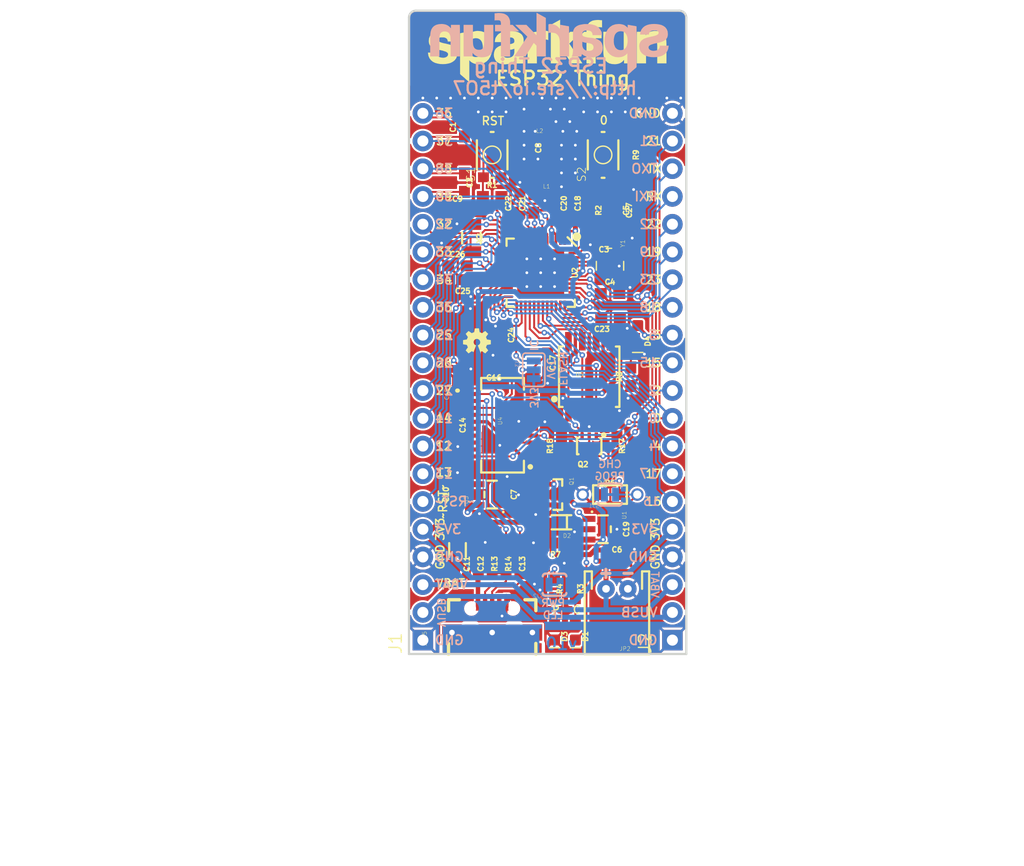
<source format=kicad_pcb>
(kicad_pcb (version 20221018) (generator pcbnew)
  (layers (0 "F.Cu" signal) (31 "B.Cu" signal) (34 "B.Paste" user) (35 "F.Paste" user) (36 "B.SilkS" user "B.Silkscreen") (37 "F.SilkS" user "F.Silkscreen") (38 "B.Mask" user) (39 "F.Mask" user) (44 "Edge.Cuts" user))
  (net 0 "")
  (net 1 "3.3V")
  (net 2 "CHIP_PU")
  (net 3 "GND")
  (net 4 "LNA_IN")
  (net 5 "32K_XP")
  (net 6 "32K_XN")
  (net 7 "34")
  (net 8 "35")
  (net 9 "39")
  (net 10 "38")
  (net 11 "36")
  (net 12 "37")
  (net 13 "CAP_10N")
  (net 14 "15")
  (net 15 "14")
  (net 16 "13")
  (net 17 "12")
  (net 18 "FLASH_SWP")
  (net 19 "FLASH_SHD")
  (net 20 "FLASH_SDI")
  (net 21 "FLASH_SDO")
  (net 22 "FLASH_SCK")
  (net 23 "FLASH_SCS")
  (net 24 "N$11")
  (net 25 "FLASH_VDD")
  (net 26 "27")
  (net 27 "26")
  (net 28 "22")
  (net 29 "21")
  (net 30 "19")
  (net 31 "18")
  (net 32 "16")
  (net 33 "5")
  (net 34 "4")
  (net 35 "2")
  (net 36 "U0RXD")
  (net 37 "U0TXD")
  (net 38 "25")
  (net 39 "TRACE_ANT")
  (net 40 "DTR")
  (net 41 "V_USB")
  (net 42 "D-")
  (net 43 "D+")
  (net 44 "VUSB-RAW")
  (net 45 "N$7")
  (net 46 "N$8")
  (net 47 "3.3V_F")
  (net 48 "VIN")
  (net 49 "RTS")
  (net 50 "SHIELD")
  (net 51 "N$9")
  (net 52 "N$14")
  (net 53 "V_BATT")
  (net 54 "N$16")
  (net 55 "N$10")
  (net 56 "N$12")
  (net 57 "N$13")
  (net 58 "N$15")
  (net 59 "0")
  (net 60 "17")
  (net 61 "N$2")
  (net 62 "N$3")
  (net 63 "N$17")
  (net 64 "23")
  (net 65 "N$1")
  (net 66 "N$4")
  (footprint "working:0603" (layer "F.Cu") (at 151.0411 128.4986 -90)
    (fp_text reference "R3")
    (fp_text value "1K")
  )
  (footprint "working:SOIC-8" (layer "F.Cu") (at 152.3111 109.0676)
    (fp_text reference "U5")
    (fp_text value "W25Q32FVSS")
  )
  (footprint "working:0603" (layer "F.Cu") (at 140.2461 119.8626 90)
    (fp_text reference "C10")
    (fp_text value "2.2uF")
  )
  (footprint "working:0603" (layer "F.Cu") (at 143.4211 92.5576)
    (fp_text reference "R1")
    (fp_text value "10k")
  )
  (footprint "working:USB-B-MICRO-SMD_V03" (layer "F.Cu") (at 143.4211 132.4991 90)
    (fp_text reference "JP15")
    (fp_text value "")
  )
  (footprint "working:0603" (layer "F.Cu") (at 145.9611 126.2126 90)
    (fp_text reference "R14")
    (fp_text value "27")
  )
  (footprint "working:0603" (layer "F.Cu") (at 151.0411 93.1926 90)
    (fp_text reference "C20")
    (fp_text value "0.1uF")
  )
  (footprint "working:0603" (layer "F.Cu") (at 147.2311 126.2126 90)
    (fp_text reference "C13")
    (fp_text value "47pF")
  )
  (footprint "working:0603" (layer "F.Cu") (at 148.7043 88.1126 90)
    (fp_text reference "C8")
    (fp_text value "5.6pF")
  )
  (footprint "working:0603" (layer "F.Cu") (at 140.2461 113.5126 -90)
    (fp_text reference "C14")
    (fp_text value "0.1uF")
  )
  (footprint "working:0603" (layer "F.Cu") (at 141.5161 100.1776 180)
    (fp_text reference "C25")
    (fp_text value "0.1uF")
  )
  (footprint "working:0603" (layer "F.Cu") (at 156.1211 88.7476 -90)
    (fp_text reference "R9")
    (fp_text value "10k")
  )
  (footprint "working:0603" (layer "F.Cu") (at 140.2461 98.9076)
    (fp_text reference "C26")
    (fp_text value "15pF")
  )
  (footprint "working:0603" (layer "F.Cu") (at 140.8811 86.2076 90)
    (fp_text reference "C1")
    (fp_text value "270pF")
  )
  (footprint "working:0603" (layer "F.Cu") (at 156.7561 123.0376 90)
    (fp_text reference "C19")
    (fp_text value "4.7uF")
  )
  (footprint "working:0603" (layer "F.Cu") (at 152.3111 93.1926 90)
    (fp_text reference "C18")
    (fp_text value "100pF")
  )
  (footprint "working:0603" (layer "F.Cu") (at 147.2311 85.5726 180)
    (fp_text reference "L2")
    (fp_text value "DNP")
  )
  (footprint "working:1X20_NOSILK" (layer "F.Cu") (at 137.0711 133.1976 90)
    (fp_text reference "J1")
    (fp_text value "")
  )
  (footprint "working:0603" (layer "F.Cu") (at 148.5011 107.7976 -90)
    (fp_text reference "C17")
    (fp_text value "0.1uF")
  )
  (footprint "working:1_6W-RES" (layer "F.Cu") (at 154.2161 119.8626)
    (fp_text reference "R5")
    (fp_text value "DNP" hide)
  )
  (footprint "working:0603" (layer "F.Cu") (at 154.8511 115.4176 -90)
    (fp_text reference "R17")
    (fp_text value "10k")
  )
  (footprint "working:0603" (layer "F.Cu") (at 154.2161 96.3676 180)
    (fp_text reference "C3")
    (fp_text value "10pF")
  )
  (footprint "working:0603" (layer "F.Cu") (at 149.7711 124.3076 180)
    (fp_text reference "R7")
    (fp_text value "10k")
  )
  (footprint "working:CRYSTAL-SMD-3.2X1.5MM" (layer "F.Cu") (at 141.5161 96.3676 -90)
    (fp_text reference "Y2")
    (fp_text value "32.768kHz")
  )
  (footprint "working:0603" (layer "F.Cu") (at 145.9611 93.1926 90)
    (fp_text reference "C22")
    (fp_text value "10uF")
  )
  (footprint "working:SOT23-3" (layer "F.Cu") (at 149.1361 119.8626 -90)
    (fp_text reference "Q1")
    (fp_text value "2.5A/30V")
  )
  (footprint "working:0603-CAP" (layer "F.Cu") (at 140.2461 110.3376 90)
    (fp_text reference "C15")
    (fp_text value "4.7uF")
  )
  (footprint "working:0603" (layer "F.Cu") (at 147.8661 90.6526 180)
    (fp_text reference "L1")
    (fp_text value "DNP")
  )
  (footprint "working:0603" (layer "F.Cu") (at 155.4861 93.8276 -90)
    (fp_text reference "C27")
    (fp_text value "3.0nF")
  )
  (footprint "working:1X20_NOSILK" (layer "F.Cu") (at 159.9311 133.1976 90)
    (fp_text reference "J2")
    (fp_text value "")
  )
  (footprint "working:0603" (layer "F.Cu") (at 144.3736 108.1151 180)
    (fp_text reference "C16")
    (fp_text value "0.1uF")
  )
  (footprint "working:SOT23-5" (layer "F.Cu") (at 153.5811 123.0376 -90)
    (fp_text reference "U1")
    (fp_text value "MCP73831")
  )
  (footprint "working:0603" (layer "F.Cu") (at 154.2669 103.6574 180)
    (fp_text reference "C23")
    (fp_text value "0.1uF")
  )
  (footprint "working:0603" (layer "F.Cu") (at 143.4211 126.2126 90)
    (fp_text reference "C12")
    (fp_text value "47pF")
  )
  (footprint "working:0603" (layer "F.Cu") (at 154.2161 101.4476)
    (fp_text reference "C4")
    (fp_text value "10pF")
  )
  (footprint "working:TACTILE_SWITCH_SMD_4.6X2.8MM" (layer "F.Cu") (at 153.5811 88.7476 90)
    (fp_text reference "S2")
    (fp_text value "BTN-0")
  )
  (footprint "working:0603" (layer "F.Cu") (at 144.6911 126.2126 90)
    (fp_text reference "R13")
    (fp_text value "27")
  )
  (footprint "working:MICRO-FIDUCIAL" (layer "F.Cu") (at 157.3911 86.2076)
    (fp_text reference "FD2" hide)
    (fp_text value "FIDUCIALUFIDUCIAL" hide)
  )
  (footprint "working:LED-0603" (layer "F.Cu") (at 156.7561 105.2576 180)
    (fp_text reference "D4")
    (fp_text value "BLUE")
  )
  (footprint "working:0603" (layer "F.Cu") (at 140.8811 91.2876 -90)
    (fp_text reference "C2")
    (fp_text value "270pF")
  )
  (footprint "working:PTC-1206" (layer "F.Cu") (at 140.2461 124.9426 90)
    (fp_text reference "F1")
    (fp_text value "500mA")
  )
  (footprint "working:0805" (layer "F.Cu") (at 146.5961 119.8626 90)
    (fp_text reference "C7")
    (fp_text value "1.0uF")
  )
  (footprint "working:SOT23-5" (layer "F.Cu") (at 143.4211 119.8626 90)
    (fp_text reference "U3")
    (fp_text value "AP2112K-3.3V")
  )
  (footprint "working:0603" (layer "F.Cu") (at 154.2161 93.8276 90)
    (fp_text reference "R2")
    (fp_text value "20k")
  )
  (footprint "working:0603" (layer "F.Cu") (at 140.2461 93.8276)
    (fp_text reference "C9")
    (fp_text value "15pF")
  )
  (footprint "working:TRACE_ANTENNA_2.4GHZ_25.7MM_TUNED" (layer "F.Cu") (at 146.9771 83.0326)
    (fp_text reference "E1" hide)
    (fp_text value "ANTENNA" hide)
  )
  (footprint "working:LED-0603" (layer "F.Cu") (at 149.1361 132.3086 180)
    (fp_text reference "D3")
    (fp_text value "RED")
  )
  (footprint "working:SC70-6" (layer "F.Cu") (at 152.3111 115.4176 180)
    (fp_text reference "Q2")
    (fp_text value "MBT3904DW1T1")
  )
  (footprint "working:OSHW-LOGO-MINI" (layer "F.Cu") (at 142.0241 105.8926)
    (fp_text reference "LOGO2" hide)
    (fp_text value "OSHW-LOGOMINI" hide)
  )
  (footprint "working:LED-0603" (layer "F.Cu") (at 151.0411 132.3086 180)
    (fp_text reference "D1")
    (fp_text value "Yellow")
  )
  (footprint "working:0603" (layer "F.Cu") (at 156.1211 109.0676 90)
    (fp_text reference "R8")
    (fp_text value "330")
  )
  (footprint "working:TACTILE_SWITCH_SMD_4.6X2.8MM" (layer "F.Cu") (at 143.4211 88.7476 90)
    (fp_text reference "S1")
    (fp_text value "RESET")
  )
  (footprint "working:SSOP20_L" (layer "F.Cu") (at 144.3736 113.5126 90)
    (fp_text reference "U4")
    (fp_text value "FT231XS")
  )
  (footprint "working:QFN48-0.4MM" (layer "F.Cu") (at 147.8661 99.5426 -90)
    (fp_text reference "U2")
    (fp_text value "ESP3212")
  )
  (footprint "working:0603" (layer "F.Cu") (at 149.7711 115.4176 90)
    (fp_text reference "R18")
    (fp_text value "10k")
  )
  (footprint "working:JST-2-PTH" (layer "F.Cu") (at 154.8511 128.4986 180)
    (fp_text reference "JP2")
    (fp_text value "LiPo")
  )
  (footprint "working:0603" (layer "F.Cu") (at 149.1361 128.4986 -90)
    (fp_text reference "R4")
    (fp_text value "1K")
  )
  (footprint "working:MICRO-FIDUCIAL" (layer "F.Cu") (at 138.8999 130.9878)
    (fp_text reference "FD1" hide)
    (fp_text value "FIDUCIALUFIDUCIAL" hide)
  )
  (footprint "working:CRYSTAL-SMD-3.2X2.5" (layer "F.Cu") (at 154.2161 98.9076 -90)
    (fp_text reference "Y1")
    (fp_text value "26MHz")
  )
  (footprint "working:0603" (layer "F.Cu") (at 142.1511 126.2126 90)
    (fp_text reference "C11")
    (fp_text value "0.1uF")
  )
  (footprint "working:CREATIVE_COMMONS" (layer "F.Cu") (at 118.6561 153.5176)
    (fp_text reference "FRAME1" hide)
    (fp_text value "FRAME-LEDGER" hide)
  )
  (footprint "working:0603" (layer "F.Cu") (at 154.2161 119.8626)
    (fp_text reference "R6")
    (fp_text value "2.0k")
  )
  (footprint "working:SFE_LOGO_NAME_.2" (layer "F.Cu") (at 137.5791 82.0166)
    (fp_text reference "LOGO1" hide)
    (fp_text value "SFE_LOGO_NAME.2_INCH" hide)
  )
  (footprint "working:0603" (layer "F.Cu") (at 144.6911 105.2576 -90)
    (fp_text reference "C24")
    (fp_text value "1.0uF")
  )
  (footprint "working:0603" (layer "F.Cu") (at 154.8511 125.9586)
    (fp_text reference "C6")
    (fp_text value "4.7uF")
  )
  (footprint "working:0603" (layer "F.Cu") (at 156.7561 93.8276 90)
    (fp_text reference "C5")
    (fp_text value "10nF")
  )
  (footprint "working:SOD-323" (layer "F.Cu") (at 149.7711 122.4026 180)
    (fp_text reference "D2")
    (fp_text value "BAT20J")
  )
  (footprint "working:0603" (layer "F.Cu") (at 147.2311 93.1926 90)
    (fp_text reference "C21")
    (fp_text value "0.1uF")
  )
  (footprint "working:PAD-JUMPER-3-2OF3_NC_BY_TRACE_YES_SILK_FULL_BOX" (layer "B.Cu") (at 147.2311 108.4326 -90)
    (fp_text reference "SJ3")
    (fp_text value "")
  )
  (footprint "working:PAD-JUMPER-2-NC_BY_TRACE_YES_SILK" (layer "B.Cu") (at 154.2161 119.8626)
    (fp_text reference "SJ1")
    (fp_text value "JUMPER-PAD-2-NC_BY_TRACE")
  )
  (footprint "working:PAD-JUMPER-2-NC_BY_TRACE_YES_SILK" (layer "B.Cu") (at 149.1361 128.1176)
    (fp_text reference "SJ2")
    (fp_text value "JUMPER-PAD-2-NC_BY_TRACE")
  )
  (footprint "working:SFE_LOGO_NAME_.2" (layer "B.Cu") (at 159.5501 81.3816 180)
    (fp_text reference "LOGO3" hide)
    (fp_text value "SFE_LOGO_NAME.2_INCH" hide)
  )
  (gr_line (start 155.4861 127.0762) (end 156.2481 127.0762) (stroke (width 0.254)) (layer "B.SilkS"))
  (gr_line (start 153.8351 127.4572) (end 153.8351 126.6952) (stroke (width 0.254)) (layer "B.SilkS"))
  (gr_line (start 154.2161 127.0762) (end 153.4541 127.0762) (stroke (width 0.254)) (layer "B.SilkS"))
  (gr_line (start 153.8351 127.4699) (end 153.8351 126.7079) (stroke (width 0.254)) (layer "F.SilkS"))
  (gr_line (start 154.2161 127.0889) (end 153.4541 127.0889) (stroke (width 0.254)) (layer "F.SilkS"))
  (gr_line (start 156.2481 127.0762) (end 155.4861 127.0762) (stroke (width 0.254)) (layer "F.SilkS"))
  (gr_arc (start 160.5661 75.5396) (mid 161.015113 75.725587) (end 161.2011 76.1746) (stroke (width 0.2032)) (layer "Edge.Cuts"))
  (gr_line (start 136.4361 75.5396) (end 160.5661 75.5396) (stroke (width 0.2032)) (layer "Edge.Cuts"))
  (gr_line (start 135.8011 134.4676) (end 135.8011 76.1746) (stroke (width 0.2032)) (layer "Edge.Cuts"))
  (gr_line (start 161.2011 134.4676) (end 135.8011 134.4676) (stroke (width 0.2032)) (layer "Edge.Cuts"))
  (gr_line (start 161.2011 76.1746) (end 161.2011 134.4676) (stroke (width 0.2032)) (layer "Edge.Cuts"))
  (gr_arc (start 135.8011 76.1746) (mid 135.987087 75.725587) (end 136.4361 75.5396) (stroke (width 0.2032)) (layer "Edge.Cuts"))
  (gr_text "v10" (at 149.7711 134.1628) (layer "B.Cu") (effects (font (size 1.0795 1.0795) (thickness 0.1905)) (justify bottom mirror)))
  (gr_text "5" (at 158.6611 105.2576) (layer "B.SilkS") (effects (font (size 0.8636 0.8636) (thickness 0.1524)) (justify left mirror)))
  (gr_text "VBAT" (at 158.7246 128.1176 -90) (layer "B.SilkS") (effects (font (size 0.69088 0.69088) (thickness 0.12192)) (justify top mirror)))
  (gr_text "12" (at 138.0871 115.4176) (layer "B.SilkS") (effects (font (size 0.8636 0.8636) (thickness 0.1524)) (justify right mirror)))
  (gr_text "0" (at 158.6611 112.8776) (layer "B.SilkS") (effects (font (size 0.8636 0.8636) (thickness 0.1524)) (justify left mirror)))
  (gr_text "19" (at 158.6611 97.6376) (layer "B.SilkS") (effects (font (size 0.8636 0.8636) (thickness 0.1524)) (justify left mirror)))
  (gr_text "PWR\nLED" (at 149.0091 129.3876) (layer "B.SilkS") (effects (font (size 0.69088 0.69088) (thickness 0.12192)) (justify top mirror)))
  (gr_text "GND" (at 158.6611 84.9376) (layer "B.SilkS") (effects (font (size 0.8636 0.8636) (thickness 0.1524)) (justify left mirror)))
  (gr_text "IC" (at 147.2311 106.7816 -90) (layer "B.SilkS") (effects (font (size 0.69088 0.69088) (thickness 0.12192)) (justify left mirror)))
  (gr_text "23" (at 158.6611 100.1776) (layer "B.SilkS") (effects (font (size 0.8636 0.8636) (thickness 0.1524)) (justify left mirror)))
  (gr_text "14" (at 138.0871 112.8776) (layer "B.SilkS") (effects (font (size 0.8636 0.8636) (thickness 0.1524)) (justify right mirror)))
  (gr_text "http://sfe.io/t5O7" (at 148.2471 82.6516) (layer "B.SilkS") (effects (font (size 1.18745 1.18745) (thickness 0.20955)) (justify mirror)))
  (gr_text "~RST~" (at 138.0871 120.4976) (layer "B.SilkS") (effects (font (size 0.8636 0.8636) (thickness 0.1524)) (justify right mirror)))
  (gr_text "VUSB" (at 158.6611 130.6576) (layer "B.SilkS") (effects (font (size 0.8636 0.8636) (thickness 0.1524)) (justify left mirror)))
  (gr_text "21" (at 158.6611 87.4776) (layer "B.SilkS") (effects (font (size 0.8636 0.8636) (thickness 0.1524)) (justify left mirror)))
  (gr_text "ESP32 Thing" (at 147.8661 79.8576) (layer "B.SilkS") (effects (font (size 1.2954 1.2954) (thickness 0.2286)) (justify top mirror)))
  (gr_text "FLASH\nVCC" (at 148.3741 108.3056 -90) (layer "B.SilkS") (effects (font (size 0.69088 0.69088) (thickness 0.12192)) (justify bottom mirror)))
  (gr_text "18" (at 158.6611 102.7176) (layer "B.SilkS") (effects (font (size 0.8636 0.8636) (thickness 0.1524)) (justify left mirror)))
  (gr_text "GND" (at 158.6611 133.1976) (layer "B.SilkS") (effects (font (size 0.8636 0.8636) (thickness 0.1524)) (justify left mirror)))
  (gr_text "GND" (at 138.0871 133.1976) (layer "B.SilkS") (effects (font (size 0.8636 0.8636) (thickness 0.1524)) (justify right mirror)))
  (gr_text "VBAT" (at 138.0871 128.1176) (layer "B.SilkS") (effects (font (size 0.8636 0.8636) (thickness 0.1524)) (justify right mirror)))
  (gr_text "RXI" (at 158.6611 92.5576) (layer "B.SilkS") (effects (font (size 0.8636 0.8636) (thickness 0.1524)) (justify left mirror)))
  (gr_text "CHG\nPROG" (at 154.2161 118.5926) (layer "B.SilkS") (effects (font (size 0.69088 0.69088) (thickness 0.12192)) (justify bottom mirror)))
  (gr_text "2" (at 158.6611 110.3376) (layer "B.SilkS") (effects (font (size 0.8636 0.8636) (thickness 0.1524)) (justify left mirror)))
  (gr_text "34" (at 138.0871 100.1776) (layer "B.SilkS") (effects (font (size 0.8636 0.8636) (thickness 0.1524)) (justify right mirror)))
  (gr_text "37" (at 138.0871 87.4776) (layer "B.SilkS") (effects (font (size 0.8636 0.8636) (thickness 0.1524)) (justify right mirror)))
  (gr_text "3V3" (at 147.2311 109.9566 -90) (layer "B.SilkS") (effects (font (size 0.69088 0.69088) (thickness 0.12192)) (justify right mirror)))
  (gr_text "27" (at 138.0871 110.3376) (layer "B.SilkS") (effects (font (size 0.8636 0.8636) (thickness 0.1524)) (justify right mirror)))
  (gr_text "33" (at 138.0871 97.6376) (layer "B.SilkS") (effects (font (size 0.8636 0.8636) (thickness 0.1524)) (justify right mirror)))
  (gr_text "15" (at 158.6611 107.7976) (layer "B.SilkS") (effects (font (size 0.8636 0.8636) (thickness 0.1524)) (justify left mirror)))
  (gr_text "38" (at 138.0871 90.0176) (layer "B.SilkS") (effects (font (size 0.8636 0.8636) (thickness 0.1524)) (justify right mirror)))
  (gr_text "4" (at 158.6611 115.4176) (layer "B.SilkS") (effects (font (size 0.8636 0.8636) (thickness 0.1524)) (justify left mirror)))
  (gr_text "3V3" (at 138.0871 123.0376) (layer "B.SilkS") (effects (font (size 0.8636 0.8636) (thickness 0.1524)) (justify right mirror)))
  (gr_text "25" (at 138.0871 105.2576) (layer "B.SilkS") (effects (font (size 0.8636 0.8636) (thickness 0.1524)) (justify right mirror)))
  (gr_text "22" (at 158.6611 95.0976) (layer "B.SilkS") (effects (font (size 0.8636 0.8636) (thickness 0.1524)) (justify left mirror)))
  (gr_text "GND" (at 158.6611 125.5776) (layer "B.SilkS") (effects (font (size 0.8636 0.8636) (thickness 0.1524)) (justify left mirror)))
  (gr_text "GND" (at 138.0871 125.5776) (layer "B.SilkS") (effects (font (size 0.8636 0.8636) (thickness 0.1524)) (justify right mirror)))
  (gr_text "35" (at 138.0871 102.7176) (layer "B.SilkS") (effects (font (size 0.8636 0.8636) (thickness 0.1524)) (justify right mirror)))
  (gr_text "TXO" (at 158.6611 90.0176) (layer "B.SilkS") (effects (font (size 0.8636 0.8636) (thickness 0.1524)) (justify left mirror)))
  (gr_text "3V3" (at 158.6611 123.0376) (layer "B.SilkS") (effects (font (size 0.8636 0.8636) (thickness 0.1524)) (justify left mirror)))
  (gr_text "26" (at 138.0871 107.7976) (layer "B.SilkS") (effects (font (size 0.8636 0.8636) (thickness 0.1524)) (justify right mirror)))
  (gr_text "32" (at 138.0871 95.0976) (layer "B.SilkS") (effects (font (size 0.8636 0.8636) (thickness 0.1524)) (justify right mirror)))
  (gr_text "VUSB" (at 138.3411 130.6576 -90) (layer "B.SilkS") (effects (font (size 0.69088 0.69088) (thickness 0.12192)) (justify bottom mirror)))
  (gr_text "16" (at 158.8008 120.4976) (layer "B.SilkS") (effects (font (size 0.75565 0.75565) (thickness 0.13335)) (justify left mirror)))
  (gr_text "36" (at 138.0871 84.9376) (layer "B.SilkS") (effects (font (size 0.8636 0.8636) (thickness 0.1524)) (justify right mirror)))
  (gr_text "13" (at 138.0871 117.9576) (layer "B.SilkS") (effects (font (size 0.8636 0.8636) (thickness 0.1524)) (justify right mirror)))
  (gr_text "39" (at 138.0871 92.5576) (layer "B.SilkS") (effects (font (size 0.8636 0.8636) (thickness 0.1524)) (justify right mirror)))
  (gr_text "17" (at 158.6611 117.9576) (layer "B.SilkS") (effects (font (size 0.8636 0.8636) (thickness 0.1524)) (justify left mirror)))
  (gr_text "26" (at 138.2141 107.7976) (layer "F.SilkS") (effects (font (size 0.75565 0.75565) (thickness 0.13335)) (justify left)))
  (gr_text "37" (at 138.2141 87.4776) (layer "F.SilkS") (effects (font (size 0.75565 0.75565) (thickness 0.13335)) (justify left)))
  (gr_text "C" (at 151.1681 130.8227) (layer "F.SilkS") (effects (font (size 0.69088 0.69088) (thickness 0.12192)) (justify bottom)))
  (gr_text "RX" (at 159.0548 92.5576) (layer "F.SilkS") (effects (font (size 0.75565 0.75565) (thickness 0.13335)) (justify right)))
  (gr_text "38" (at 138.2141 90.0176) (layer "F.SilkS") (effects (font (size 0.75565 0.75565) (thickness 0.13335)) (justify left)))
  (gr_text "3V3" (at 158.8135 123.0376 90) (layer "F.SilkS") (effects (font (size 0.75565 0.75565) (thickness 0.13335)) (justify bottom)))
  (gr_text "3V3" (at 138.2141 123.0376 90) (layer "F.SilkS") (effects (font (size 0.75565 0.75565) (thickness 0.13335)) (justify top)))
  (gr_text "12" (at 138.1887 115.4176) (layer "F.SilkS") (effects (font (size 0.75565 0.75565) (thickness 0.13335)) (justify left)))
  (gr_text "RST" (at 143.4846 86.0806) (layer "F.SilkS") (effects (font (size 0.75565 0.75565) (thickness 0.13335)) (justify bottom)))
  (gr_text "5" (at 159.004 105.2576) (layer "F.SilkS") (effects (font (size 0.75565 0.75565) (thickness 0.13335)) (justify right)))
  (gr_text "GND" (at 138.2141 125.5776 90) (layer "F.SilkS") (effects (font (size 0.75565 0.75565) (thickness 0.13335)) (justify top)))
  (gr_text "16" (at 159.004 120.4976) (layer "F.SilkS") (effects (font (size 0.75565 0.75565) (thickness 0.13335)) (justify right)))
  (gr_text "P" (at 149.2631 130.8227) (layer "F.SilkS") (effects (font (size 0.69088 0.69088) (thickness 0.12192)) (justify bottom)))
  (gr_text "14" (at 138.1887 112.8776) (layer "F.SilkS") (effects (font (size 0.75565 0.75565) (thickness 0.13335)) (justify left)))
  (gr_text "27" (at 138.1887 110.3376) (layer "F.SilkS") (effects (font (size 0.75565 0.75565) (thickness 0.13335)) (justify left)))
  (gr_text "22" (at 159.0294 95.0976) (layer "F.SilkS") (effects (font (size 0.75565 0.75565) (thickness 0.13335)) (justify right)))
  (gr_text "VBAT" (at 138.2141 127.9906) (layer "F.SilkS") (effects (font (size 0.75565 0.75565) (thickness 0.13335)) (justify left)))
  (gr_text "13" (at 138.2141 117.8306) (layer "F.SilkS") (effects (font (size 0.75565 0.75565) (thickness 0.13335)) (justify left)))
  (gr_text "4" (at 159.004 115.4176) (layer "F.SilkS") (effects (font (size 0.75565 0.75565) (thickness 0.13335)) (justify right)))
  (gr_text "2" (at 159.004 110.3376) (layer "F.SilkS") (effects (font (size 0.75565 0.75565) (thickness 0.13335)) (justify right)))
  (gr_text "GND" (at 158.8135 125.5776 90) (layer "F.SilkS") (effects (font (size 0.75565 0.75565) (thickness 0.13335)) (justify bottom)))
  (gr_text "25" (at 138.2141 105.2576) (layer "F.SilkS") (effects (font (size 0.75565 0.75565) (thickness 0.13335)) (justify left)))
  (gr_text "0" (at 159.004 112.8776) (layer "F.SilkS") (effects (font (size 0.75565 0.75565) (thickness 0.13335)) (justify right)))
  (gr_text "15" (at 159.004 107.7976) (layer "F.SilkS") (effects (font (size 0.75565 0.75565) (thickness 0.13335)) (justify right)))
  (gr_text "17" (at 159.004 117.9576) (layer "F.SilkS") (effects (font (size 0.75565 0.75565) (thickness 0.13335)) (justify right)))
  (gr_text "34" (at 138.2141 100.1776) (layer "F.SilkS") (effects (font (size 0.75565 0.75565) (thickness 0.13335)) (justify left)))
  (gr_text "19" (at 159.004 97.6376) (layer "F.SilkS") (effects (font (size 0.75565 0.75565) (thickness 0.13335)) (justify right)))
  (gr_text "21" (at 159.004 87.4776) (layer "F.SilkS") (effects (font (size 0.75565 0.75565) (thickness 0.13335)) (justify right)))
  (gr_text "TX" (at 159.004 90.0176) (layer "F.SilkS") (effects (font (size 0.75565 0.75565) (thickness 0.13335)) (justify right)))
  (gr_text "23" (at 159.004 100.1776) (layer "F.SilkS") (effects (font (size 0.75565 0.75565) (thickness 0.13335)) (justify right)))
  (gr_text "ESP32 Thing" (at 149.8981 81.0006) (layer "F.SilkS") (effects (font (size 1.2954 1.2954) (thickness 0.2286)) (justify top)))
  (gr_text "32" (at 138.2141 95.0976) (layer "F.SilkS") (effects (font (size 0.75565 0.75565) (thickness 0.13335)) (justify left)))
  (gr_text "36" (at 138.2141 84.9376) (layer "F.SilkS") (effects (font (size 0.75565 0.75565) (thickness 0.13335)) (justify left)))
  (gr_text "39" (at 138.2141 92.5576) (layer "F.SilkS") (effects (font (size 0.75565 0.75565) (thickness 0.13335)) (justify left)))
  (gr_text "GND" (at 158.9278 84.9376) (layer "F.SilkS") (effects (font (size 0.75565 0.75565) (thickness 0.13335)) (justify right)))
  (gr_text "33" (at 138.2141 97.6376) (layer "F.SilkS") (effects (font (size 0.75565 0.75565) (thickness 0.13335)) (justify left)))
  (gr_text "0" (at 153.6446 86.0171) (layer "F.SilkS") (effects (font (size 0.75565 0.75565) (thickness 0.13335)) (justify bottom)))
  (gr_text "35" (at 138.2141 102.7176) (layer "F.SilkS") (effects (font (size 0.75565 0.75565) (thickness 0.13335)) (justify left)))
  (gr_text "18" (at 159.004 102.7176) (layer "F.SilkS") (effects (font (size 0.75565 0.75565) (thickness 0.13335)) (justify right)))
  (gr_text "~RST~" (at 138.4681 120.4976 90) (layer "F.SilkS") (effects (font (size 0.75565 0.75565) (thickness 0.13335)) (justify top)))
  (segment (start 148.8661 96.5926) (end 148.8661 95.6597) (width 0.2286) (layer "F.Cu") (net 1))
  (segment (start 151.0411 94.0426) (end 152.3111 94.0426) (width 0.4064) (layer "F.Cu") (net 1))
  (segment (start 153.2001 92.583) (end 153.6573 92.1258) (width 0.1778) (layer "F.Cu") (net 1))
  (segment (start 141.1605 120.8126) (end 140.3461 120.8126) (width 0.4572) (layer "F.Cu") (net 1))
  (segment (start 152.3111 94.0426) (end 152.6803 94.0426) (width 0.1778) (layer "F.Cu") (net 1))
  (segment (start 142.1511 101.2698) (end 142.3661 101.0548) (width 0.254) (layer "F.Cu") (net 1))
  (segment (start 151.0157 95.7326) (end 151.0411 95.7072) (width 0.1778) (layer "F.Cu") (net 1))
  (segment (start 149.2661 96.0597) (end 148.8661 95.6597) (width 0.2286) (layer "F.Cu") (net 1))
  (segment (start 151.3713 101.8159) (end 151.298 101.7426) (width 0.2286) (layer "F.Cu") (net 1))
  (segment (start 143.3576 100.1776) (end 143.7926 99.7426) (width 0.2286) (layer "F.Cu") (net 1))
  (segment (start 153.4795 110.5916) (end 155.1169 108.9542) (width 0.4572) (layer "F.Cu") (net 1))
  (segment (start 145.9611 94.0426) (end 144.8807 94.0426) (width 0.254) (layer "F.Cu") (net 1))
  (segment (start 144.8807 94.0426) (end 144.2711 93.433) (width 0.254) (layer "F.Cu") (net 1))
  (segment (start 153.2001 93.5228) (end 153.2001 92.583) (width 0.1778) (layer "F.Cu") (net 1))
  (segment (start 148.8661 94.1672) (end 148.5138 93.8149) (width 0.2286) (layer "F.Cu") (net 1))
  (segment (start 151.0411 94.0426) (end 151.0411 95.7072) (width 0.4572) (layer "F.Cu") (net 1))
  (segment (start 141.1605 121.4882) (end 141.1605 120.8126) (width 0.4572) (layer "F.Cu") (net 1))
  (segment (start 151.9585 98.1426) (end 152.1079 97.9932) (width 0.2286) (layer "F.Cu") (net 1))
  (segment (start 137.0711 123.0376) (end 137.9211 123.0376) (width 0.4572) (layer "F.Cu") (net 1))
  (segment (start 142.121 120.8126) (end 141.1605 120.8126) (width 0.4572) (layer "F.Cu") (net 1))
  (segment (start 144.2711 93.433) (end 144.2711 92.5576) (width 0.254) (layer "F.Cu") (net 1))
  (segment (start 142.1511 100.3926) (end 142.3661 100.1776) (width 0.1778) (layer "F.Cu") (net 1))
  (segment (start 144.9161 99.7426) (end 143.7926 99.7426) (width 0.2286) (layer "F.Cu") (net 1))
  (segment (start 145.9611 94.0426) (end 147.2311 94.0426) (width 0.254) (layer "F.Cu") (net 1))
  (segment (start 156.1211 90.9066) (end 156.1211 89.5976) (width 0.1778) (layer "F.Cu") (net 1))
  (segment (start 150.0661 95.9456) (end 150.2791 95.7326) (width 0.2286) (layer "F.Cu") (net 1))
  (segment (start 150.8161 101.7426) (end 150.9043 101.7426) (width 0.2286) (layer "F.Cu") (net 1))
  (segment (start 151.298 101.7426) (end 150.8161 101.7426) (width 0.2286) (layer "F.Cu") (net 1))
  (segment (start 150.8161 99.3426) (end 151.6793 99.3426) (width 0.1778) (layer "F.Cu") (net 1))
  (segment (start 142.3661 101.0548) (end 142.3661 100.1776) (width 0.254) (layer "F.Cu") (net 1))
  (segment (start 147.2311 94.0426) (end 147.4588 93.8149) (width 0.254) (layer "F.Cu") (net 1))
  (segment (start 148.8661 95.6597) (end 148.8661 94.1672) (width 0.2286) (layer "F.Cu") (net 1))
  (segment (start 150.8161 98.1426) (end 151.9585 98.1426) (width 0.2286) (layer "F.Cu") (net 1))
  (segment (start 155.1051 103.6574) (end 155.1169 103.6574) (width 0.4572) (layer "F.Cu") (net 1))
  (segment (start 140.3461 120.8126) (end 140.2461 120.7126) (width 0.1778) (layer "F.Cu") (net 1))
  (segment (start 152.6803 94.0426) (end 153.2001 93.5228) (width 0.1778) (layer "F.Cu") (net 1))
  (segment (start 137.9211 123.0376) (end 140.2461 120.7126) (width 0.4572) (layer "F.Cu") (net 1))
  (segment (start 155.1169 108.9542) (end 155.1169 103.6574) (width 0.4572) (layer "F.Cu") (net 1))
  (segment (start 150.0661 96.5926) (end 150.0661 95.9456) (width 0.2286) (layer "F.Cu") (net 1))
  (segment (start 153.6573 92.1258) (end 154.9019 92.1258) (width 0.1778) (layer "F.Cu") (net 1))
  (segment (start 149.2661 96.5926) (end 149.2661 96.0597) (width 0.2286) (layer "F.Cu") (net 1))
  (segment (start 151.3713 102.235) (end 151.3713 101.8159) (width 0.2286) (layer "F.Cu") (net 1))
  (segment (start 150.2791 95.7326) (end 151.0157 95.7326) (width 0.2286) (layer "F.Cu") (net 1))
  (segment (start 154.9019 92.1258) (end 156.1211 90.9066) (width 0.1778) (layer "F.Cu") (net 1))
  (segment (start 151.6793 99.3426) (end 151.7142 99.3775) (width 0.1778) (layer "F.Cu") (net 1))
  (segment (start 147.4588 93.8149) (end 148.5138 93.8149) (width 0.254) (layer "F.Cu") (net 1))
  (segment (start 142.3661 100.1776) (end 143.3576 100.1776) (width 0.2286) (layer "F.Cu") (net 1))
  (via (at 141.1605 121.4882) (size 0.508) (drill 0.254) (layers "F.Cu" "B.Cu") (net 1))
  (via (at 153.4795 110.5916) (size 0.508) (drill 0.254) (layers "F.Cu" "B.Cu") (net 1))
  (via (at 142.1511 101.2698) (size 0.508) (drill 0.254) (layers "F.Cu" "B.Cu") (net 1))
  (via (at 151.0411 95.7072) (size 0.508) (drill 0.254) (layers "F.Cu" "B.Cu") (net 1))
  (via (at 148.8661 95.6597) (size 0.508) (drill 0.254) (layers "F.Cu" "B.Cu") (net 1))
  (via (at 151.7142 99.3775) (size 0.508) (drill 0.254) (layers "F.Cu" "B.Cu") (net 1))
  (via (at 151.3713 102.235) (size 0.508) (drill 0.254) (layers "F.Cu" "B.Cu") (net 1))
  (via (at 152.1079 97.9932) (size 0.508) (drill 0.254) (layers "F.Cu" "B.Cu") (net 1))
  (segment (start 150.2283 110.3376) (end 147.2311 110.3376) (width 0.4572) (layer "B.Cu") (net 1))
  (segment (start 148.8661 96.7326) (end 148.8661 95.6597) (width 0.4572) (layer "B.Cu") (net 1))
  (segment (start 141.5161 127.4826) (end 137.0711 123.0376) (width 0.4572) (layer "B.Cu") (net 1))
  (segment (start 150.8161 100.2756) (end 151.7142 99.3775) (width 0.4572) (layer "B.Cu") (net 1))
  (segment (start 150.9903 97.3836) (end 151.0411 97.4344) (width 0.4572) (layer "B.Cu") (net 1))
  (segment (start 153.4795 110.5916) (end 150.4823 110.5916) (width 0.4572) (layer "B.Cu") (net 1))
  (segment (start 151.7142 97.9932) (end 152.1079 97.9932) (width 0.4064) (layer "B.Cu") (net 1))
  (segment (start 149.6441 128.1176) (end 149.6441 129.7178) (width 0.1778) (layer "B.Cu") (net 1))
  (segment (start 151.6761 97.9932) (end 151.5999 97.9932) (width 0.4064) (layer "B.Cu") (net 1))
  (segment (start 151.5999 97.9932) (end 151.0411 97.4344) (width 0.4572) (layer "B.Cu") (net 1))
  (segment (start 150.8161 101.65261) (end 150.8161 100.2756) (width 0.4572) (layer "B.Cu") (net 1))
  (segment (start 147.2311 110.3376) (end 145.9611 110.3376) (width 0.4572) (layer "B.Cu") (net 1))
  (segment (start 155.8671 127.1016) (end 153.5557 127.1016) (width 0.4572) (layer "B.Cu") (net 1))
  (segment (start 145.6055 109.982) (end 142.1511 109.982) (width 0.4572) (layer "B.Cu") (net 1))
  (segment (start 150.4823 110.5916) (end 150.2283 110.3376) (width 0.4572) (layer "B.Cu") (net 1))
  (segment (start 145.6817 127.4826) (end 141.5161 127.4826) (width 0.4572) (layer "B.Cu") (net 1))
  (segment (start 145.9357 101.7016) (end 145.5039 101.2698) (width 0.4572) (layer "B.Cu") (net 1))
  (segment (start 155.8671 127.1016) (end 159.9311 123.0376) (width 0.4572) (layer "B.Cu") (net 1))
  (segment (start 142.1511 109.982) (end 142.1511 120.4976) (width 0.4572) (layer "B.Cu") (net 1))
  (segment (start 142.1511 120.4976) (end 141.1605 121.4882) (width 0.4572) (layer "B.Cu") (net 1))
  (segment (start 149.5171 97.3836) (end 150.9903 97.3836) (width 0.4572) (layer "B.Cu") (net 1))
  (segment (start 142.1511 109.982) (end 142.1511 101.2698) (width 0.4572) (layer "B.Cu") (net 1))
  (segment (start 150.8161 101.7016) (end 150.8161 101.65261) (width 0.4572) (layer "B.Cu") (net 1))
  (segment (start 151.7142 99.3775) (end 151.7142 97.9932) (width 0.4064) (layer "B.Cu") (net 1))
  (segment (start 149.6441 129.7178) (end 149.8219 129.7178) (width 0.1778) (layer "B.Cu") (net 1))
  (segment (start 145.9357 101.7016) (end 150.8161 101.7016) (width 0.4572) (layer "B.Cu") (net 1))
  (segment (start 151.0411 95.7072) (end 151.0411 95.9866) (width 0.4572) (layer "B.Cu") (net 1))
  (segment (start 150.9395 129.7178) (end 149.8219 129.7178) (width 0.4572) (layer "B.Cu") (net 1))
  (segment (start 142.1511 101.2698) (end 145.5039 101.2698) (width 0.4572) (layer "B.Cu") (net 1))
  (segment (start 153.5557 127.1016) (end 150.9395 129.7178) (width 0.4572) (layer "B.Cu") (net 1))
  (segment (start 145.6055 109.982) (end 145.9611 110.3376) (width 0.4572) (layer "B.Cu") (net 1))
  (segment (start 152.1079 97.9932) (end 151.5999 97.9932) (width 0.4572) (layer "B.Cu") (net 1))
  (segment (start 147.2311 109.2454) (end 147.2311 110.3376) (width 0.254) (layer "B.Cu") (net 1))
  (segment (start 149.8219 129.7178) (end 147.9169 129.7178) (width 0.4572) (layer "B.Cu") (net 1))
  (segment (start 150.8161 101.65261) (end 151.3713 102.20781) (width 0.4572) (layer "B.Cu") (net 1))
  (segment (start 148.8661 96.7326) (end 149.5171 97.3836) (width 0.4572) (layer "B.Cu") (net 1))
  (segment (start 151.3713 102.20781) (end 151.3713 102.235) (width 0.4572) (layer "B.Cu") (net 1))
  (segment (start 151.0411 97.4344) (end 151.0411 95.7072) (width 0.4572) (layer "B.Cu") (net 1))
  (segment (start 147.9169 129.7178) (end 145.6817 127.4826) (width 0.4572) (layer "B.Cu") (net 1))
  (segment (start 144.1323 110.6424) (end 143.6243 110.1344) (width 0.1778) (layer "F.Cu") (net 2))
  (segment (start 142.6211 90.7976) (end 142.5711 90.8476) (width 0.1778) (layer "F.Cu") (net 2))
  (segment (start 143.6243 110.1344) (end 141.5161 110.1344) (width 0.1778) (layer "F.Cu") (net 2))
  (segment (start 142.5711 92.5576) (end 143.9291 93.9156) (width 0.1778) (layer "F.Cu") (net 2))
  (segment (start 146.8661 95.9264) (end 146.8661 96.5926) (width 0.1778) (layer "F.Cu") (net 2))
  (segment (start 151.6611 114.4976) (end 151.6611 114.1326) (width 0.1778) (layer "F.Cu") (net 2))
  (segment (start 144.78 95.0595) (end 143.9291 94.2086) (width 0.1778) (layer "F.Cu") (net 2))
  (segment (start 146.8661 95.9264) (end 145.9992 95.0595) (width 0.1778) (layer "F.Cu") (net 2))
  (segment (start 142.6211 86.6976) (end 142.6211 90.7976) (width 0.1778) (layer "F.Cu") (net 2))
  (segment (start 143.9291 93.9156) (end 143.9291 94.2086) (width 0.1778) (layer "F.Cu") (net 2))
  (segment (start 141.5161 110.1344) (end 141.0843 109.7026) (width 0.1778) (layer "F.Cu") (net 2))
  (segment (start 142.5711 90.8476) (end 142.5711 92.5576) (width 0.1778) (layer "F.Cu") (net 2))
  (segment (start 141.0843 108.7501) (end 141.0843 109.7026) (width 0.1778) (layer "F.Cu") (net 2))
  (segment (start 151.6611 114.1326) (end 151.0411 113.5126) (width 0.1778) (layer "F.Cu") (net 2))
  (segment (start 139.9032 107.569) (end 141.0843 108.7501) (width 0.1778) (layer "F.Cu") (net 2))
  (segment (start 145.9992 95.0595) (end 144.78 95.0595) (width 0.1778) (layer "F.Cu") (net 2))
  (via (at 144.1323 110.6424) (size 0.508) (drill 0.254) (layers "F.Cu" "B.Cu") (net 2))
  (via (at 139.9032 107.569) (size 0.508) (drill 0.254) (layers "F.Cu" "B.Cu") (net 2))
  (via (at 151.0411 113.5126) (size 0.508) (drill 0.254) (layers "F.Cu" "B.Cu") (net 2))
  (via (at 143.9291 94.2086) (size 0.508) (drill 0.254) (layers "F.Cu" "B.Cu") (net 2))
  (segment (start 143.9037 94.234) (end 143.9291 94.2086) (width 0.1778) (layer "B.Cu") (net 2))
  (segment (start 139.9032 105.2957) (end 140.2461 104.9528) (width 0.1778) (layer "B.Cu") (net 2))
  (segment (start 139.573 107.8992) (end 139.9032 107.569) (width 0.1778) (layer "B.Cu") (net 2))
  (segment (start 138.9126 112.4458) (end 138.9126 114.5159) (width 0.1778) (layer "B.Cu") (net 2))
  (segment (start 143.3576 97.2566) (end 143.9037 96.7105) (width 0.1778) (layer "B.Cu") (net 2))
  (segment (start 139.9032 107.569) (end 139.9032 105.2957) (width 0.1778) (layer "B.Cu") (net 2))
  (segment (start 138.2522 119.3165) (end 137.0711 120.4976) (width 0.1778) (layer "B.Cu") (net 2))
  (segment (start 140.2461 103.3526) (end 140.2461 104.9528) (width 0.1778) (layer "B.Cu") (net 2))
  (segment (start 140.9573 99.187) (end 142.6591 99.187) (width 0.1778) (layer "B.Cu") (net 2))
  (segment (start 138.9126 114.5159) (end 138.5951 114.8334) (width 0.1778) (layer "B.Cu") (net 2))
  (segment (start 139.2428 112.1156) (end 138.9126 112.4458) (width 0.1778) (layer "B.Cu") (net 2))
  (segment (start 140.2715 102.2604) (end 140.589 102.5779) (width 0.1778) (layer "B.Cu") (net 2))
  (segment (start 138.2522 117.2464) (end 138.2522 119.3165) (width 0.1778) (layer "B.Cu") (net 2))
  (segment (start 144.4625 110.9726) (end 144.1323 110.6424) (width 0.1778) (layer "B.Cu") (net 2))
  (segment (start 140.9573 99.187) (end 140.2715 99.8728) (width 0.1778) (layer "B.Cu") (net 2))
  (segment (start 144.4625 110.9726) (end 148.5011 110.9726) (width 0.1778) (layer "B.Cu") (net 2))
  (segment (start 143.9037 96.7105) (end 143.9037 94.234) (width 0.1778) (layer "B.Cu") (net 2))
  (segment (start 148.5011 110.9726) (end 151.0411 113.5126) (width 0.1778) (layer "B.Cu") (net 2))
  (segment (start 139.573 107.8992) (end 139.573 109.7153) (width 0.1778) (layer "B.Cu") (net 2))
  (segment (start 138.5951 114.8334) (end 138.5951 116.9035) (width 0.1778) (layer "B.Cu") (net 2))
  (segment (start 143.3576 98.4885) (end 143.3576 97.2566) (width 0.1778) (layer "B.Cu") (net 2))
  (segment (start 140.2715 99.8728) (end 140.2715 102.2604) (width 0.1778) (layer "B.Cu") (net 2))
  (segment (start 139.2428 110.0455) (end 139.2428 112.1156) (width 0.1778) (layer "B.Cu") (net 2))
  (segment (start 140.589 102.5779) (end 140.589 103.0097) (width 0.1778) (layer "B.Cu") (net 2))
  (segment (start 139.573 109.7153) (end 139.2428 110.0455) (width 0.1778) (layer "B.Cu") (net 2))
  (segment (start 142.6591 99.187) (end 143.3576 98.4885) (width 0.1778) (layer "B.Cu") (net 2))
  (segment (start 140.589 103.0097) (end 140.2461 103.3526) (width 0.1778) (layer "B.Cu") (net 2))
  (segment (start 138.5951 116.9035) (end 138.2522 117.2464) (width 0.1778) (layer "B.Cu") (net 2))
  (segment (start 141.6939 113.8301) (end 140.7786 113.8301) (width 0.1778) (layer "F.Cu") (net 3))
  (segment (start 144.6022 130.9878) (end 144.7165 130.8735) (width 0.2032) (layer "F.Cu") (net 3))
  (segment (start 144.7165 130.8735) (end 144.7165 129.7305) (width 0.2032) (layer "F.Cu") (net 3))
  (segment (start 143.5971 83.7438) (end 143.5971 82.8026) (width 0.762) (layer "F.Cu") (net 3))
  (segment (start 145.7971 83.7438) (end 143.5971 83.7438) (width 0.1778) (layer "F.Cu") (net 3))
  (segment (start 152.3111 92.3426) (end 152.7293 92.3426) (width 0.4064) (layer "F.Cu") (net 3))
  (segment (start 140.7786 113.8301) (end 140.2461 114.3626) (width 0.1778) (layer "F.Cu") (net 3))
  (segment (start 145.7971 82.8026) (end 145.7971 83.7438) (width 0.762) (layer "F.Cu") (net 3))
  (segment (start 144.7211 129.7741) (end 144.7211 129.0401) (width 0.1778) (layer "F.Cu") (net 3))
  (segment (start 152.7293 92.3426) (end 153.2001 91.8718) (width 0.4064) (layer "F.Cu") (net 3))
  (segment (start 144.3228 130.9878) (end 144.6022 130.9878) (width 0.2032) (layer "F.Cu") (net 3))
  (via (at 140.1953 95.0595) (size 0.508) (drill 0.254) (layers "F.Cu" "B.Cu") (net 3))
  (via (at 147.8661 99.5426) (size 0.508) (drill 0.254) (layers "F.Cu" "B.Cu") (net 3))
  (via (at 147.2057 124.2822) (size 0.508) (drill 0.254) (layers "F.Cu" "B.Cu") (net 3))
  (via (at 147.4089 121.6914) (size 0.508) (drill 0.254) (layers "F.Cu" "B.Cu") (net 3))
  (via (at 142.8369 103.8606) (size 0.508) (drill 0.254) (layers "F.Cu" "B.Cu") (net 3))
  (via (at 152.4127 96.9772) (size 0.508) (drill 0.254) (layers "F.Cu" "B.Cu") (net 3))
  (via (at 143.4211 83.5406) (size 0.508) (drill 0.254) (layers "F.Cu" "B.Cu") (net 3))
  (via (at 154.3431 84.8106) (size 0.508) (drill 0.254) (layers "F.Cu" "B.Cu") (net 3))
  (via (at 150.5331 85.6996) (size 0.508) (drill 0.254) (layers "F.Cu" "B.Cu") (net 3))
  (via (at 146.3421 89.1286) (size 0.508) (drill 0.254) (layers "F.Cu" "B.Cu") (net 3))
  (via (at 149.7711 87.8586) (size 0.508) (drill 0.254) (layers "F.Cu" "B.Cu") (net 3))
  (via (at 146.5961 98.2726) (size 0.508) (drill 0.254) (layers "F.Cu" "B.Cu") (net 3))
  (via (at 144.6911 84.8106) (size 0.508) (drill 0.254) (layers "F.Cu" "B.Cu") (net 3))
  (via (at 147.8661 100.8126) (size 0.508) (drill 0.254) (layers "F.Cu" "B.Cu") (net 3))
  (via (at 144.7927 118.2116) (size 0.508) (drill 0.254) (layers "F.Cu" "B.Cu") (net 3))
  (via (at 145.9611 83.5406) (size 0.508) (drill 0.254) (layers "F.Cu" "B.Cu") (net 3))
  (via (at 149.7711 90.3986) (size 0.508) (drill 0.254) (layers "F.Cu" "B.Cu") (net 3))
  (via (at 143.4211 84.8106) (size 0.508) (drill 0.254) (layers "F.Cu" "B.Cu") (net 3))
  (via (at 147.6121 87.8586) (size 0.508) (drill 0.254) (layers "F.Cu" "B.Cu") (net 3))
  (via (at 142.1511 84.8106) (size 0.508) (drill 0.254) (layers "F.Cu" "B.Cu") (net 3))
  (via (at 147.6121 89.1286) (size 0.508) (drill 0.254) (layers "F.Cu" "B.Cu") (net 3))
  (via (at 144.1196 115.3541) (size 0.508) (drill 0.254) (layers "F.Cu" "B.Cu") (net 3))
  (via (at 155.8671 111.0361) (size 0.508) (drill 0.254) (layers "F.Cu" "B.Cu") (net 3))
  (via (at 138.7856 96.8248) (size 0.508) (drill 0.254) (layers "F.Cu" "B.Cu") (net 3))
  (via (at 147.8661 98.2726) (size 0.508) (drill 0.254) (layers "F.Cu" "B.Cu") (net 3))
  (via (at 145.9611 91.2622) (size 0.508) (drill 0.254) (layers "F.Cu" "B.Cu") (net 3))
  (via (at 149.8981 86.5886) (size 0.508) (drill 0.254) (layers "F.Cu" "B.Cu") (net 3))
  (via (at 147.9931 83.5406) (size 0.508) (drill 0.254) (layers "F.Cu" "B.Cu") (net 3))
  (via (at 142.2527 121.6152) (size 0.508) (drill 0.254) (layers "F.Cu" "B.Cu") (net 3))
  (via (at 156.8831 83.5406) (size 0.508) (drill 0.254) (layers "F.Cu" "B.Cu") (net 3))
  (via (at 149.7711 89.1286) (size 0.508) (drill 0.254) (layers "F.Cu" "B.Cu") (net 3))
  (via (at 142.1511 83.5406) (size 0.508) (drill 0.254) (layers "F.Cu" "B.Cu") (net 3))
  (via (at 146.3421 86.5886) (size 0.508) (drill 0.254) (layers "F.Cu" "B.Cu") (net 3))
  (via (at 150.0251 84.5566) (size 0.508) (drill 0.254) (layers "F.Cu" "B.Cu") (net 3))
  (via (at 140.2461 117.856) (size 0.508) (drill 0.254) (layers "F.Cu" "B.Cu") (net 3))
  (via (at 149.1361 100.8126) (size 0.508) (drill 0.254) (layers "F.Cu" "B.Cu") (net 3))
  (via (at 155.0797 112.1791) (size 0.508) (drill 0.254) (layers "F.Cu" "B.Cu") (net 3))
  (via (at 156.2481 96.3676) (size 0.508) (drill 0.254) (layers "F.Cu" "B.Cu") (net 3))
  (via (at 143.7259 104.4321) (size 0.508) (drill 0.254) (layers "F.Cu" "B.Cu") (net 3))
  (via (at 149.8981 111.0361) (size 0.508) (drill 0.254) (layers "F.Cu" "B.Cu") (net 3))
  (via (at 156.4513 124.8664) (size 0.508) (drill 0.254) (layers "F.Cu" "B.Cu") (net 3))
  (via (at 146.5961 100.8126) (size 0.508) (drill 0.254) (layers "F.Cu" "B.Cu") (net 3))
  (via (at 148.2471 92.9386) (size 0.508) (drill 0.254) (layers "F.Cu" "B.Cu") (net 3))
  (via (at 156.0449 100.8888) (size 0.508) (drill 0.254) (layers "F.Cu" "B.Cu") (net 3))
  (via (at 149.2631 85.6996) (size 0.508) (drill 0.254) (layers "F.Cu" "B.Cu") (net 3))
  (via (at 144.0561 109.2454) (size 0.508) (drill 0.254) (layers "F.Cu" "B.Cu") (net 3))
  (via (at 145.0467 93.4466) (size 0.508) (drill 0.254) (layers "F.Cu" "B.Cu") (net 3))
  (via (at 138.3411 83.5406) (size 0.508) (drill 0.254) (layers "F.Cu" "B.Cu") (net 3))
  (via (at 145.8341 119.888) (size 0.508) (drill 0.254) (layers "F.Cu" "B.Cu") (net 3))
  (via (at 139.6111 83.5406) (size 0.508) (drill 0.254) (layers "F.Cu" "B.Cu") (net 3))
  (via (at 140.2715 115.4684) (size 0.508) (drill 0.254) (layers "F.Cu" "B.Cu") (net 3))
  (via (at 151.8031 83.5406) (size 0.508) (drill 0.254) (layers "F.Cu" "B.Cu") (net 3))
  (via (at 149.2631 83.5406) (size 0.508) (drill 0.254) (layers "F.Cu" "B.Cu") (net 3))
  (via (at 147.3581 86.5886) (size 0.508) (drill 0.254) (layers "F.Cu" "B.Cu") (net 3))
  (via (at 151.0411 87.8586) (size 0.508) (drill 0.254) (layers "F.Cu" "B.Cu") (net 3))
  (via (at 140.8811 83.5406) (size 0.508) (drill 0.254) (layers "F.Cu" "B.Cu") (net 3))
  (via (at 155.6131 84.8106) (size 0.508) (drill 0.254) (layers "F.Cu" "B.Cu") (net 3))
  (via (at 147.8026 128.6002) (size 0.508) (drill 0.254) (layers "F.Cu" "B.Cu") (net 3))
  (via (at 150.0251 126.1491) (size 0.508) (drill 0.254) (layers "F.Cu" "B.Cu") (net 3))
  (via (at 160.6931 83.5406) (size 0.508) (drill 0.254) (layers "F.Cu" "B.Cu") (net 3))
  (via (at 151.0411 90.3986) (size 0.508) (drill 0.254) (layers "F.Cu" "B.Cu") (net 3))
  (via (at 141.4653 108.3564) (size 0.508) (drill 0.254) (layers "F.Cu" "B.Cu") (net 3))
  (via (at 150.9649 123.2789) (size 0.508) (drill 0.254) (layers "F.Cu" "B.Cu") (net 3))
  (via (at 154.3431 83.5406) (size 0.508) (drill 0.254) (layers "F.Cu" "B.Cu") (net 3))
  (via (at 146.3421 87.8586) (size 0.508) (drill 0.254) (layers "F.Cu" "B.Cu") (net 3))
  (via (at 155.7909 104.6353) (size 0.508) (drill 0.254) (layers "F.Cu" "B.Cu") (net 3))
  (via (at 159.4231 83.5406) (size 0.508) (drill 0.254) (layers "F.Cu" "B.Cu") (net 3))
  (via (at 150.5331 83.5406) (size 0.508) (drill 0.254) (layers "F.Cu" "B.Cu") (net 3))
  (via (at 147.2946 128.0668) (size 0.508) (drill 0.254) (layers "F.Cu" "B.Cu") (net 3))
  (via (at 155.6131 83.5406) (size 0.508) (drill 0.254) (layers "F.Cu" "B.Cu") (net 3))
  (via (at 149.1361 99.5426) (size 0.508) (drill 0.254) (layers "F.Cu" "B.Cu") (net 3))
  (via (at 156.3751 91.9226) (size 0.508) (drill 0.254) (layers "F.Cu" "B.Cu") (net 3))
  (via (at 149.7711 91.6686) (size 0.508) (drill 0.254) (layers "F.Cu" "B.Cu") (net 3))
  (via (at 151.0411 89.1286) (size 0.508) (drill 0.254) (layers "F.Cu" "B.Cu") (net 3))
  (via (at 144.3228 130.9878) (size 0.508) (drill 0.254) (layers "F.Cu" "B.Cu") (net 3))
  (via (at 137.0711 83.5406) (size 0.508) (drill 0.254) (layers "F.Cu" "B.Cu") (net 3))
  (via (at 144.6911 83.5406) (size 0.508) (drill 0.254) (layers "F.Cu" "B.Cu") (net 3))
  (via (at 154.8511 123.0376) (size 0.508) (drill 0.254) (layers "F.Cu" "B.Cu") (net 3))
  (via (at 148.5011 109.6645) (size 0.508) (drill 0.254) (layers "F.Cu" "B.Cu") (net 3))
  (via (at 153.0731 84.8106) (size 0.508) (drill 0.254) (layers "F.Cu" "B.Cu") (net 3))
  (via (at 155.0543 98.933) (size 0.508) (drill 0.254) (layers "F.Cu" "B.Cu") (net 3))
  (via (at 148.7551 84.5566) (size 0.508) (drill 0.254) (layers "F.Cu" "B.Cu") (net 3))
  (via (at 141.4272 102.8319) (size 0.508) (drill 0.254) (layers "F.Cu" "B.Cu") (net 3))
  (via (at 151.8031 84.8106) (size 0.508) (drill 0.254) (layers "F.Cu" "B.Cu") (net 3))
  (via (at 143.4973 107.0991) (size 0.508) (drill 0.254) (layers "F.Cu" "B.Cu") (net 3))
  (via (at 148.2471 113.1951) (size 0.508) (drill 0.254) (layers "F.Cu" "B.Cu") (net 3))
  (via (at 152.3111 113.6396) (size 0.508) (drill 0.254) (layers "F.Cu" "B.Cu") (net 3))
  (via (at 157.3657 106.9975) (size 0.508) (drill 0.254) (layers "F.Cu" "B.Cu") (net 3))
  (via (at 153.0731 83.5406) (size 0.508) (drill 0.254) (layers "F.Cu" "B.Cu") (net 3))
  (via (at 141.4653 101.727) (size 0.508) (drill 0.254) (layers "F.Cu" "B.Cu") (net 3))
  (via (at 146.5961 99.5426) (size 0.508) (drill 0.254) (layers "F.Cu" "B.Cu") (net 3))
  (via (at 156.8831 84.8106) (size 0.508) (drill 0.254) (layers "F.Cu" "B.Cu") (net 3))
  (via (at 149.1361 98.2726) (size 0.508) (drill 0.254) (layers "F.Cu" "B.Cu") (net 3))
  (via (at 145.8595 113.157) (size 0.508) (drill 0.254) (layers "F.Cu" "B.Cu") (net 3))
  (via (at 142.7861 124.2441) (size 0.508) (drill 0.254) (layers "F.Cu" "B.Cu") (net 3))
  (via (at 151.1681 86.5886) (size 0.508) (drill 0.254) (layers "F.Cu" "B.Cu") (net 3))
  (via (at 146.3421 84.5566) (size 0.508) (drill 0.254) (layers "F.Cu" "B.Cu") (net 3))
  (segment (start 148.7161 90.6526) (end 148.7043 90.6408) (width 0.1778) (layer "F.Cu") (net 4))
  (segment (start 149.6661 95.2627) (end 149.6661 93.0436) (width 0.762) (layer "F.Cu") (net 4))
  (segment (start 148.7161 92.0936) (end 148.7161 90.6526) (width 0.762) (layer "F.Cu") (net 4))
  (segment (start 149.6661 93.0436) (end 148.7161 92.0936) (width 0.762) (layer "F.Cu") (net 4))
  (segment (start 149.6661 96.5926) (end 149.6661 95.2627) (width 0.1778) (layer "F.Cu") (net 4))
  (segment (start 148.7043 90.6408) (end 148.7043 88.9626) (width 0.762) (layer "F.Cu") (net 4))
  (segment (start 145.6661 96.5926) (end 145.6661 96.1361) (width 0.1778) (layer "F.Cu") (net 5))
  (segment (start 142.7607 95.631) (end 143.9037 95.631) (width 0.1778) (layer "F.Cu") (net 5))
  (segment (start 137.8966 95.9231) (end 137.0711 95.0976) (width 0.1778) (layer "F.Cu") (net 5))
  (segment (start 141.5161 95.9231) (end 137.8966 95.9231) (width 0.1778) (layer "F.Cu") (net 5))
  (segment (start 141.0961 93.8276) (end 141.5161 94.2476) (width 0.1778) (layer "F.Cu") (net 5))
  (segment (start 141.5161 95.1176) (end 141.5161 95.9231) (width 0.1778) (layer "F.Cu") (net 5))
  (segment (start 141.5161 94.2476) (end 141.5161 95.1176) (width 0.1778) (layer "F.Cu") (net 5))
  (segment (start 143.9037 95.631) (end 144.3228 96.0501) (width 0.1778) (layer "F.Cu") (net 5))
  (segment (start 142.4686 95.9231) (end 142.7607 95.631) (width 0.1778) (layer "F.Cu") (net 5))
  (segment (start 145.5801 96.0501) (end 144.3228 96.0501) (width 0.1778) (layer "F.Cu") (net 5))
  (segment (start 145.6661 96.1361) (end 145.5801 96.0501) (width 0.1778) (layer "F.Cu") (net 5))
  (segment (start 142.4686 95.9231) (end 141.5161 95.9231) (width 0.1778) (layer "F.Cu") (net 5))
  (segment (start 141.4399 96.2787) (end 138.43 96.2787) (width 0.1778) (layer "F.Cu") (net 6))
  (segment (start 142.5956 96.2787) (end 142.8877 95.9866) (width 0.1778) (layer "F.Cu") (net 6))
  (segment (start 138.43 96.2787) (end 137.0711 97.6376) (width 0.1778) (layer "F.Cu") (net 6))
  (segment (start 141.0961 98.9076) (end 141.5161 98.4876) (width 0.1778) (layer "F.Cu") (net 6))
  (segment (start 144.5231 97.3426) (end 144.3736 97.1931) (width 0.1778) (layer "F.Cu") (net 6))
  (segment (start 141.9806 97.6176) (end 141.5161 97.6176) (width 0.1778) (layer "F.Cu") (net 6))
  (segment (start 141.4399 96.2787) (end 142.5956 96.2787) (width 0.1778) (layer "F.Cu") (net 6))
  (segment (start 141.5161 98.4876) (end 141.5161 97.6176) (width 0.1778) (layer "F.Cu") (net 6))
  (segment (start 143.7767 95.9866) (end 144.3736 96.5835) (width 0.1778) (layer "F.Cu") (net 6))
  (segment (start 144.3736 97.1931) (end 144.3736 96.5835) (width 0.1778) (layer "F.Cu") (net 6))
  (segment (start 142.8877 95.9866) (end 143.7767 95.9866) (width 0.1778) (layer "F.Cu") (net 6))
  (segment (start 141.4399 97.6176) (end 141.4399 96.2787) (width 0.1778) (layer "F.Cu") (net 6))
  (segment (start 144.9161 97.3426) (end 144.5231 97.3426) (width 0.1778) (layer "F.Cu") (net 6))
  (segment (start 141.5161 97.6176) (end 141.4399 97.6176) (width 0.1778) (layer "F.Cu") (net 6))
  (segment (start 143.9291 94.7166) (end 143.4211 94.7166) (width 0.1778) (layer "F.Cu") (net 7))
  (segment (start 146.4661 96.5926) (end 146.4661 95.9963) (width 0.1778) (layer "F.Cu") (net 7))
  (segment (start 143.4211 94.7166) (end 143.2687 94.5642) (width 0.1778) (layer "F.Cu") (net 7))
  (segment (start 146.4661 95.9963) (end 145.8595 95.3897) (width 0.1778) (layer "F.Cu") (net 7))
  (segment (start 145.8595 95.3897) (end 144.6022 95.3897) (width 0.1778) (layer "F.Cu") (net 7))
  (segment (start 144.6022 95.3897) (end 143.9291 94.7166) (width 0.1778) (layer "F.Cu") (net 7))
  (via (at 143.2687 94.5642) (size 0.508) (drill 0.254) (layers "F.Cu" "B.Cu") (net 7))
  (segment (start 137.0711 100.1776) (end 137.0711 99.5426) (width 0.1778) (layer "B.Cu") (net 7))
  (segment (start 143.2687 94.5642) (end 142.0495 94.5642) (width 0.1778) (layer "B.Cu") (net 7))
  (segment (start 137.0711 99.5426) (end 142.0495 94.5642) (width 0.1778) (layer "B.Cu") (net 7))
  (segment (start 145.7198 95.7199) (end 144.4625 95.7199) (width 0.1778) (layer "F.Cu") (net 8))
  (segment (start 143.8656 95.123) (end 144.4625 95.7199) (width 0.1778) (layer "F.Cu") (net 8))
  (segment (start 146.0661 96.5926) (end 146.0661 96.0662) (width 0.1778) (layer "F.Cu") (net 8))
  (segment (start 146.0661 96.0662) (end 145.7198 95.7199) (width 0.1778) (layer "F.Cu") (net 8))
  (segment (start 142.875 95.123) (end 143.8656 95.123) (width 0.1778) (layer "F.Cu") (net 8))
  (via (at 142.875 95.123) (size 0.508) (drill 0.254) (layers "F.Cu" "B.Cu") (net 8))
  (segment (start 142.875 95.123) (end 141.9733 95.123) (width 0.1778) (layer "B.Cu") (net 8))
  (segment (start 137.0711 102.7176) (end 138.2649 101.5238) (width 0.1778) (layer "B.Cu") (net 8))
  (segment (start 138.2649 101.5238) (end 138.2649 98.8314) (width 0.1778) (layer "B.Cu") (net 8))
  (segment (start 141.9733 95.123) (end 138.2649 98.8314) (width 0.1778) (layer "B.Cu") (net 8))
  (segment (start 137.4911 92.1376) (end 137.0711 92.5576) (width 0.1778) (layer "F.Cu") (net 9))
  (segment (start 146.6469 95.2373) (end 146.6469 94.996) (width 0.1778) (layer "F.Cu") (net 9))
  (segment (start 147.2661 96.5926) (end 147.2661 95.8565) (width 0.1778) (layer "F.Cu") (net 9))
  (segment (start 147.2661 95.8565) (end 146.6469 95.2373) (width 0.1778) (layer "F.Cu") (net 9))
  (segment (start 140.8811 92.1376) (end 137.4911 92.1376) (width 0.1778) (layer "F.Cu") (net 9))
  (via (at 146.6469 94.996) (size 0.508) (drill 0.254) (layers "F.Cu" "B.Cu") (net 9))
  (segment (start 144.9197 92.5576) (end 137.0711 92.5576) (width 0.1778) (layer "B.Cu") (net 9))
  (segment (start 146.6469 94.2848) (end 144.9197 92.5576) (width 0.1778) (layer "B.Cu") (net 9))
  (segment (start 146.6469 94.996) (end 146.6469 94.2848) (width 0.1778) (layer "B.Cu") (net 9))
  (segment (start 147.6661 96.5926) (end 147.6661 95.7866) (width 0.1778) (layer "F.Cu") (net 10))
  (segment (start 140.8811 90.4376) (end 137.4911 90.4376) (width 0.1778) (layer "F.Cu") (net 10))
  (segment (start 137.4911 90.4376) (end 137.0711 90.0176) (width 0.1778) (layer "F.Cu") (net 10))
  (segment (start 147.6661 95.7866) (end 147.3073 95.4278) (width 0.1778) (layer "F.Cu") (net 10))
  (segment (start 147.3073 95.4278) (end 147.3073 95.0087) (width 0.1778) (layer "F.Cu") (net 10))
  (via (at 147.3073 95.0087) (size 0.508) (drill 0.254) (layers "F.Cu" "B.Cu") (net 10))
  (segment (start 147.3073 94.4372) (end 142.8877 90.0176) (width 0.1778) (layer "B.Cu") (net 10))
  (segment (start 147.3073 95.0087) (end 147.3073 94.4372) (width 0.1778) (layer "B.Cu") (net 10))
  (segment (start 142.8877 90.0176) (end 137.0711 90.0176) (width 0.1778) (layer "B.Cu") (net 10))
  (segment (start 140.8421 85.3186) (end 140.8811 85.3576) (width 0.1778) (layer "F.Cu") (net 11))
  (segment (start 148.4884 95.1484) (end 148.4884 94.5515) (width 0.1778) (layer "F.Cu") (net 11))
  (segment (start 140.8421 85.3186) (end 137.4521 85.3186) (width 0.1778) (layer "F.Cu") (net 11))
  (segment (start 148.4884 94.5515) (end 148.2852 94.3483) (width 0.1778) (layer "F.Cu") (net 11))
  (segment (start 137.4521 85.3186) (end 137.0711 84.9376) (width 0.1778) (layer "F.Cu") (net 11))
  (segment (start 148.3487 95.2881) (end 148.4884 95.1484) (width 0.1778) (layer "F.Cu") (net 11))
  (segment (start 148.3487 95.885) (end 148.3487 95.2881) (width 0.1778) (layer "F.Cu") (net 11))
  (segment (start 148.4661 96.0024) (end 148.3487 95.885) (width 0.1778) (layer "F.Cu") (net 11))
  (segment (start 148.4661 96.5926) (end 148.4661 96.0024) (width 0.1778) (layer "F.Cu") (net 11))
  (via (at 148.2852 94.3483) (size 0.508) (drill 0.254) (layers "F.Cu" "B.Cu") (net 11))
  (segment (start 138.7856 84.9376) (end 137.0711 84.9376) (width 0.1778) (layer "B.Cu") (net 11))
  (segment (start 148.2852 94.3483) (end 148.1963 94.3483) (width 0.1778) (layer "B.Cu") (net 11))
  (segment (start 148.1963 94.3483) (end 138.7856 84.9376) (width 0.1778) (layer "B.Cu") (net 11))
  (segment (start 140.8421 87.0966) (end 140.8811 87.0576) (width 0.1778) (layer "F.Cu") (net 12))
  (segment (start 137.4521 87.0966) (end 137.0711 87.4776) (width 0.1778) (layer "F.Cu") (net 12))
  (segment (start 140.8421 87.0966) (end 137.4521 87.0966) (width 0.1778) (layer "F.Cu") (net 12))
  (segment (start 148.0661 96.5926) (end 148.0661 96.0596) (width 0.1778) (layer "F.Cu") (net 12))
  (segment (start 148.0058 94.9706) (end 147.9677 94.9325) (width 0.1778) (layer "F.Cu") (net 12))
  (segment (start 148.0058 95.9993) (end 148.0058 94.9706) (width 0.1778) (layer "F.Cu") (net 12))
  (segment (start 148.0661 96.0596) (end 148.0058 95.9993) (width 0.1778) (layer "F.Cu") (net 12))
  (via (at 147.9677 94.9325) (size 0.508) (drill 0.254) (layers "F.Cu" "B.Cu") (net 12))
  (segment (start 147.9677 94.9325) (end 147.6883 94.6531) (width 0.1778) (layer "B.Cu") (net 12))
  (segment (start 140.8176 87.4776) (end 137.0711 87.4776) (width 0.1778) (layer "B.Cu") (net 12))
  (segment (start 147.6883 94.6531) (end 147.6883 94.3483) (width 0.1778) (layer "B.Cu") (net 12))
  (segment (start 140.8176 87.4776) (end 147.6883 94.3483) (width 0.1778) (layer "B.Cu") (net 12))
  (segment (start 151.9047 94.8436) (end 152.9207 94.8436) (width 0.1778) (layer "F.Cu") (net 13))
  (segment (start 156.7561 92.9776) (end 155.4861 92.9776) (width 0.1778) (layer "F.Cu") (net 13))
  (segment (start 153.4287 94.3356) (end 153.4287 93.765) (width 0.1778) (layer "F.Cu") (net 13))
  (segment (start 152.9207 94.8436) (end 153.4287 94.3356) (width 0.1778) (layer "F.Cu") (net 13))
  (segment (start 151.5618 95.1865) (end 151.9047 94.8436) (width 0.1778) (layer "F.Cu") (net 13))
  (segment (start 155.4861 92.9776) (end 154.2161 92.9776) (width 0.1778) (layer "F.Cu") (net 13))
  (segment (start 151.5618 97.0661) (end 151.5618 95.1865) (width 0.1778) (layer "F.Cu") (net 13))
  (segment (start 151.2853 97.3426) (end 151.5618 97.0661) (width 0.1778) (layer "F.Cu") (net 13))
  (segment (start 153.4287 93.765) (end 154.2161 92.9776) (width 0.1778) (layer "F.Cu") (net 13))
  (segment (start 150.8161 97.3426) (end 151.2853 97.3426) (width 0.1778) (layer "F.Cu") (net 13))
  (segment (start 143.2687 101.473) (end 143.2687 103.4796) (width 0.1778) (layer "F.Cu") (net 14))
  (segment (start 144.1991 100.5426) (end 143.2687 101.473) (width 0.1778) (layer "F.Cu") (net 14))
  (segment (start 143.2687 103.4796) (end 143.5354 103.7463) (width 0.1778) (layer "F.Cu") (net 14))
  (segment (start 144.9161 100.5426) (end 144.1991 100.5426) (width 0.1778) (layer "F.Cu") (net 14))
  (via (at 143.5354 103.7463) (size 0.508) (drill 0.254) (layers "F.Cu" "B.Cu") (net 14))
  (segment (start 143.5354 103.7463) (end 143.2687 103.4796) (width 0.1778) (layer "B.Cu") (net 14))
  (segment (start 143.6624 102.6414) (end 143.2687 103.0351) (width 0.1778) (layer "B.Cu") (net 14))
  (segment (start 145.7452 102.1969) (end 145.6055 102.0572) (width 0.1778) (layer "B.Cu") (net 14))
  (segment (start 144.018 102.6414) (end 143.6624 102.6414) (width 0.1778) (layer "B.Cu") (net 14))
  (segment (start 145.6055 102.0572) (end 144.6022 102.0572) (width 0.1778) (layer "B.Cu") (net 14))
  (segment (start 149.2504 102.1969) (end 154.8511 107.7976) (width 0.1778) (layer "B.Cu") (net 14))
  (segment (start 154.8511 107.7976) (end 159.9311 107.7976) (width 0.1778) (layer "B.Cu") (net 14))
  (segment (start 144.6022 102.0572) (end 144.018 102.6414) (width 0.1778) (layer "B.Cu") (net 14))
  (segment (start 145.7452 102.1969) (end 149.2504 102.1969) (width 0.1778) (layer "B.Cu") (net 14))
  (segment (start 143.2687 103.4796) (end 143.2687 103.0351) (width 0.1778) (layer "B.Cu") (net 14))
  (segment (start 143.4815 98.9426) (end 142.8369 98.298) (width 0.1778) (layer "F.Cu") (net 15))
  (segment (start 144.9161 98.9426) (end 143.4815 98.9426) (width 0.1778) (layer "F.Cu") (net 15))
  (via (at 142.8369 98.298) (size 0.508) (drill 0.254) (layers "F.Cu" "B.Cu") (net 15))
  (segment (start 138.2522 111.6965) (end 138.2522 109.6264) (width 0.1778) (layer "B.Cu") (net 15))
  (segment (start 137.0711 112.8776) (end 138.2522 111.6965) (width 0.1778) (layer "B.Cu") (net 15))
  (segment (start 139.2555 102.4255) (end 139.6111 102.0699) (width 0.1778) (layer "B.Cu") (net 15))
  (segment (start 138.5824 109.2962) (end 138.5824 107.2261) (width 0.1778) (layer "B.Cu") (net 15))
  (segment (start 141.0081 98.1202) (end 139.6111 99.5172) (width 0.1778) (layer "B.Cu") (net 15))
  (segment (start 139.6111 99.5172) (end 139.6111 102.0699) (width 0.1778) (layer "B.Cu") (net 15))
  (segment (start 142.8369 98.298) (end 142.6591 98.1202) (width 0.1778) (layer "B.Cu") (net 15))
  (segment (start 138.9126 104.8258) (end 139.2555 104.4829) (width 0.1778) (layer "B.Cu") (net 15))
  (segment (start 138.5824 107.2261) (end 138.9126 106.8959) (width 0.1778) (layer "B.Cu") (net 15))
  (segment (start 142.6591 98.1202) (end 141.0081 98.1202) (width 0.1778) (layer "B.Cu") (net 15))
  (segment (start 139.2555 104.4829) (end 139.2555 102.4255) (width 0.1778) (layer "B.Cu") (net 15))
  (segment (start 138.2522 109.6264) (end 138.5824 109.2962) (width 0.1778) (layer "B.Cu") (net 15))
  (segment (start 138.9126 106.8959) (end 138.9126 104.8258) (width 0.1778) (layer "B.Cu") (net 15))
  (segment (start 140.6144 102.2731) (end 140.0937 102.7938) (width 0.1778) (layer "F.Cu") (net 16))
  (segment (start 141.9606 102.2731) (end 140.6144 102.2731) (width 0.1778) (layer "F.Cu") (net 16))
  (segment (start 144.0911 100.1426) (end 141.9606 102.2731) (width 0.1778) (layer "F.Cu") (net 16))
  (segment (start 144.9161 100.1426) (end 144.0911 100.1426) (width 0.1778) (layer "F.Cu") (net 16))
  (via (at 140.0937 102.7938) (size 0.508) (drill 0.254) (layers "F.Cu" "B.Cu") (net 16))
  (segment (start 138.9126 109.9058) (end 138.9126 111.9759) (width 0.1778) (layer "B.Cu") (net 16))
  (segment (start 139.573 105.1052) (end 139.573 107.1753) (width 0.1778) (layer "B.Cu") (net 16))
  (segment (start 138.5824 112.3061) (end 138.5824 114.3762) (width 0.1778) (layer "B.Cu") (net 16))
  (segment (start 138.5824 114.3762) (end 138.2522 114.7064) (width 0.1778) (layer "B.Cu") (net 16))
  (segment (start 139.9159 102.9716) (end 139.9159 104.7623) (width 0.1778) (layer "B.Cu") (net 16))
  (segment (start 138.9126 111.9759) (end 138.5824 112.3061) (width 0.1778) (layer "B.Cu") (net 16))
  (segment (start 140.0937 102.7938) (end 139.9159 102.9716) (width 0.1778) (layer "B.Cu") (net 16))
  (segment (start 138.2522 114.7064) (end 138.2522 116.7765) (width 0.1778) (layer "B.Cu") (net 16))
  (segment (start 139.2428 107.5055) (end 139.2428 109.5756) (width 0.1778) (layer "B.Cu") (net 16))
  (segment (start 139.573 107.1753) (end 139.2428 107.5055) (width 0.1778) (layer "B.Cu") (net 16))
  (segment (start 139.9159 104.7623) (end 139.573 105.1052) (width 0.1778) (layer "B.Cu") (net 16))
  (segment (start 138.2522 116.7765) (end 137.0711 117.9576) (width 0.1778) (layer "B.Cu") (net 16))
  (segment (start 139.2428 109.5756) (end 138.9126 109.9058) (width 0.1778) (layer "B.Cu") (net 16))
  (segment (start 142.9417 99.3426) (end 142.2654 98.6663) (width 0.1778) (layer "F.Cu") (net 17))
  (segment (start 144.9161 99.3426) (end 142.9417 99.3426) (width 0.1778) (layer "F.Cu") (net 17))
  (via (at 142.2654 98.6663) (size 0.508) (drill 0.254) (layers "F.Cu" "B.Cu") (net 17))
  (segment (start 139.9413 102.2096) (end 139.5857 102.5652) (width 0.1778) (layer "B.Cu") (net 17))
  (segment (start 139.5857 102.5652) (end 139.5857 104.6226) (width 0.1778) (layer "B.Cu") (net 17))
  (segment (start 138.5824 109.7661) (end 138.5824 111.8362) (width 0.1778) (layer "B.Cu") (net 17))
  (segment (start 139.5857 104.6226) (end 139.2428 104.9655) (width 0.1778) (layer "B.Cu") (net 17))
  (segment (start 142.2654 98.6663) (end 140.97 98.6663) (width 0.1778) (layer "B.Cu") (net 17))
  (segment (start 140.97 98.6663) (end 139.9413 99.695) (width 0.1778) (layer "B.Cu") (net 17))
  (segment (start 139.2428 107.0356) (end 138.9126 107.3658) (width 0.1778) (layer "B.Cu") (net 17))
  (segment (start 138.2522 114.2365) (end 137.0711 115.4176) (width 0.1778) (layer "B.Cu") (net 17))
  (segment (start 138.5824 111.8362) (end 138.2522 112.1664) (width 0.1778) (layer "B.Cu") (net 17))
  (segment (start 138.9126 107.3658) (end 138.9126 109.4359) (width 0.1778) (layer "B.Cu") (net 17))
  (segment (start 139.2428 104.9655) (end 139.2428 107.0356) (width 0.1778) (layer "B.Cu") (net 17))
  (segment (start 138.9126 109.4359) (end 138.5824 109.7661) (width 0.1778) (layer "B.Cu") (net 17))
  (segment (start 139.9413 99.695) (end 139.9413 102.2096) (width 0.1778) (layer "B.Cu") (net 17))
  (segment (start 138.2522 112.1664) (end 138.2522 114.2365) (width 0.1778) (layer "B.Cu") (net 17))
  (segment (start 147.2661 102.4926) (end 147.2661 104.556) (width 0.1778) (layer "F.Cu") (net 18))
  (segment (start 147.2661 104.556) (end 147.7391 105.029) (width 0.1778) (layer "F.Cu") (net 18))
  (segment (start 152.9461 108.0516) (end 152.9461 112.3188) (width 0.1778) (layer "F.Cu") (net 18))
  (segment (start 147.7391 105.029) (end 148.1963 105.029) (width 0.1778) (layer "F.Cu") (net 18))
  (via (at 152.9461 108.0516) (size 0.508) (drill 0.254) (layers "F.Cu" "B.Cu") (net 18))
  (via (at 148.1963 105.029) (size 0.508) (drill 0.254) (layers "F.Cu" "B.Cu") (net 18))
  (segment (start 148.5265 105.029) (end 150.6601 107.1626) (width 0.1778) (layer "B.Cu") (net 18))
  (segment (start 150.6601 107.1626) (end 150.6601 107.7722) (width 0.1778) (layer "B.Cu") (net 18))
  (segment (start 150.9395 108.0516) (end 152.9461 108.0516) (width 0.1778) (layer "B.Cu") (net 18))
  (segment (start 148.1963 105.029) (end 148.5265 105.029) (width 0.1778) (layer "B.Cu") (net 18))
  (segment (start 150.6601 107.7722) (end 150.9395 108.0516) (width 0.1778) (layer "B.Cu") (net 18))
  (segment (start 148.6027 105.537) (end 147.7137 105.537) (width 0.1778) (layer "F.Cu") (net 19))
  (segment (start 151.6761 104.9147) (end 151.4856 104.7242) (width 0.1778) (layer "F.Cu") (net 19))
  (segment (start 151.4856 104.7242) (end 149.4155 104.7242) (width 0.1778) (layer "F.Cu") (net 19))
  (segment (start 151.6761 105.8164) (end 151.6761 104.9147) (width 0.1778) (layer "F.Cu") (net 19))
  (segment (start 146.8661 102.4926) (end 146.8661 104.6894) (width 0.1778) (layer "F.Cu") (net 19))
  (segment (start 147.7137 105.537) (end 146.8661 104.6894) (width 0.1778) (layer "F.Cu") (net 19))
  (segment (start 149.4155 104.7242) (end 148.6027 105.537) (width 0.1778) (layer "F.Cu") (net 19))
  (segment (start 148.8661 103.2858) (end 149.6441 104.0638) (width 0.1778) (layer "F.Cu") (net 20))
  (segment (start 152.0063 104.0638) (end 152.3492 104.4067) (width 0.1778) (layer "F.Cu") (net 20))
  (segment (start 153.8986 104.4067) (end 154.2161 104.7242) (width 0.1778) (layer "F.Cu") (net 20))
  (segment (start 154.2161 105.8164) (end 154.2161 104.7242) (width 0.1778) (layer "F.Cu") (net 20))
  (segment (start 152.3492 104.4067) (end 153.8986 104.4067) (width 0.1778) (layer "F.Cu") (net 20))
  (segment (start 148.8661 102.4926) (end 148.8661 103.2858) (width 0.1778) (layer "F.Cu") (net 20))
  (segment (start 149.6441 104.0638) (end 152.0063 104.0638) (width 0.1778) (layer "F.Cu") (net 20))
  (segment (start 148.4661 103.6224) (end 148.6027 103.759) (width 0.1778) (layer "F.Cu") (net 21))
  (segment (start 148.4661 102.4926) (end 148.4661 103.6224) (width 0.1778) (layer "F.Cu") (net 21))
  (segment (start 151.6761 112.3188) (end 151.6761 107.0864) (width 0.1778) (layer "F.Cu") (net 21))
  (via (at 151.6761 107.0864) (size 0.508) (drill 0.254) (layers "F.Cu" "B.Cu") (net 21))
  (via (at 148.6027 103.759) (size 0.508) (drill 0.254) (layers "F.Cu" "B.Cu") (net 21))
  (segment (start 148.6027 103.759) (end 148.6027 104.013) (width 0.1778) (layer "B.Cu") (net 21))
  (segment (start 148.6027 104.013) (end 151.6761 107.0864) (width 0.1778) (layer "B.Cu") (net 21))
  (segment (start 148.0661 102.4926) (end 148.0661 103.9336) (width 0.1778) (layer "F.Cu") (net 22))
  (segment (start 151.7777 104.394) (end 152.1206 104.7369) (width 0.1778) (layer "F.Cu") (net 22))
  (segment (start 152.9461 105.8164) (end 152.9461 104.8766) (width 0.1778) (layer "F.Cu") (net 22))
  (segment (start 148.5265 104.394) (end 148.0661 103.9336) (width 0.1778) (layer "F.Cu") (net 22))
  (segment (start 148.5265 104.394) (end 151.7777 104.394) (width 0.1778) (layer "F.Cu") (net 22))
  (segment (start 152.8064 104.7369) (end 152.9461 104.8766) (width 0.1778) (layer "F.Cu") (net 22))
  (segment (start 152.1206 104.7369) (end 152.8064 104.7369) (width 0.1778) (layer "F.Cu") (net 22))
  (segment (start 150.4061 112.3188) (end 150.4061 108.3056) (width 0.1778) (layer "F.Cu") (net 23))
  (segment (start 147.6661 104.2448) (end 147.8407 104.4194) (width 0.1778) (layer "F.Cu") (net 23))
  (segment (start 147.6661 102.4926) (end 147.6661 104.2448) (width 0.1778) (layer "F.Cu") (net 23))
  (segment (start 150.4061 108.3056) (end 151.1681 107.5436) (width 0.1778) (layer "F.Cu") (net 23))
  (via (at 147.8407 104.4194) (size 0.508) (drill 0.254) (layers "F.Cu" "B.Cu") (net 23))
  (via (at 151.1681 107.5436) (size 0.508) (drill 0.254) (layers "F.Cu" "B.Cu") (net 23))
  (segment (start 147.8407 104.4194) (end 148.4249 104.4194) (width 0.1778) (layer "B.Cu") (net 23))
  (segment (start 151.1681 107.1626) (end 151.1681 107.5436) (width 0.1778) (layer "B.Cu") (net 23))
  (segment (start 151.1681 107.1626) (end 148.4249 104.4194) (width 0.1778) (layer "B.Cu") (net 23))
  (segment (start 150.2782 106.9476) (end 150.4061 106.8197) (width 0.1778) (layer "F.Cu") (net 24))
  (segment (start 146.1897 108.4326) (end 147.0161 108.4326) (width 0.1778) (layer "F.Cu") (net 24))
  (segment (start 150.4061 105.8164) (end 150.4061 106.8197) (width 0.1778) (layer "F.Cu") (net 24))
  (segment (start 148.5011 106.9476) (end 150.2782 106.9476) (width 0.1778) (layer "F.Cu") (net 24))
  (segment (start 147.0161 108.4326) (end 148.5011 106.9476) (width 0.1778) (layer "F.Cu") (net 24))
  (via (at 146.1897 108.4326) (size 0.508) (drill 0.254) (layers "F.Cu" "B.Cu") (net 24))
  (segment (start 146.1897 108.4326) (end 147.2311 108.4326) (width 0.1778) (layer "B.Cu") (net 24))
  (segment (start 145.8477 104.4076) (end 146.1262 104.1291) (width 0.1778) (layer "F.Cu") (net 25))
  (segment (start 146.1262 103.1875) (end 146.1262 104.1291) (width 0.1778) (layer "F.Cu") (net 25))
  (segment (start 145.6191 104.4076) (end 145.6191 107.1381) (width 0.1778) (layer "F.Cu") (net 25))
  (segment (start 146.0661 103.1274) (end 146.1262 103.1875) (width 0.1778) (layer "F.Cu") (net 25))
  (segment (start 144.6911 104.4076) (end 145.6191 104.4076) (width 0.1778) (layer "F.Cu") (net 25))
  (segment (start 146.0661 102.4926) (end 146.0661 103.1274) (width 0.1778) (layer "F.Cu") (net 25))
  (segment (start 145.6191 104.4076) (end 145.8477 104.4076) (width 0.1778) (layer "F.Cu") (net 25))
  (via (at 145.6191 107.1381) (size 0.508) (drill 0.254) (layers "F.Cu" "B.Cu") (net 25))
  (segment (start 147.2311 107.6198) (end 146.1008 107.6198) (width 0.1778) (layer "B.Cu") (net 25))
  (segment (start 146.1008 107.6198) (end 145.6191 107.1381) (width 0.1778) (layer "B.Cu") (net 25))
  (segment (start 142.8369 97.6249) (end 143.3957 97.6249) (width 0.1778) (layer "F.Cu") (net 26))
  (segment (start 143.3957 97.6249) (end 144.3134 98.5426) (width 0.1778) (layer "F.Cu") (net 26))
  (segment (start 144.9161 98.5426) (end 144.3134 98.5426) (width 0.1778) (layer "F.Cu") (net 26))
  (via (at 142.8369 97.6249) (size 0.508) (drill 0.254) (layers "F.Cu" "B.Cu") (net 26))
  (segment (start 139.2809 101.9302) (end 139.2809 99.3394) (width 0.1778) (layer "B.Cu") (net 26))
  (segment (start 138.2522 109.1565) (end 138.2522 107.0864) (width 0.1778) (layer "B.Cu") (net 26))
  (segment (start 138.9253 104.3432) (end 138.9253 102.2858) (width 0.1778) (layer "B.Cu") (net 26))
  (segment (start 140.9954 97.6249) (end 142.8369 97.6249) (width 0.1778) (layer "B.Cu") (net 26))
  (segment (start 138.5824 106.7562) (end 138.5824 104.6861) (width 0.1778) (layer "B.Cu") (net 26))
  (segment (start 138.5824 104.6861) (end 138.9253 104.3432) (width 0.1778) (layer "B.Cu") (net 26))
  (segment (start 138.2522 107.0864) (end 138.5824 106.7562) (width 0.1778) (layer "B.Cu") (net 26))
  (segment (start 140.9954 97.6249) (end 139.2809 99.3394) (width 0.1778) (layer "B.Cu") (net 26))
  (segment (start 137.0711 110.3376) (end 138.2522 109.1565) (width 0.1778) (layer "B.Cu") (net 26))
  (segment (start 138.9253 102.2858) (end 139.2809 101.9302) (width 0.1778) (layer "B.Cu") (net 26))
  (segment (start 144.3833 98.1426) (end 143.1925 96.9518) (width 0.1778) (layer "F.Cu") (net 27))
  (segment (start 144.9161 98.1426) (end 144.3833 98.1426) (width 0.1778) (layer "F.Cu") (net 27))
  (segment (start 142.8623 96.9518) (end 143.1925 96.9518) (width 0.1778) (layer "F.Cu") (net 27))
  (via (at 142.8623 96.9518) (size 0.508) (drill 0.254) (layers "F.Cu" "B.Cu") (net 27))
  (segment (start 138.5951 102.1461) (end 138.938 101.8032) (width 0.1778) (layer "B.Cu") (net 27))
  (segment (start 141.1605 96.9518) (end 138.938 99.1743) (width 0.1778) (layer "B.Cu") (net 27))
  (segment (start 138.2522 104.5464) (end 138.5951 104.2035) (width 0.1778) (layer "B.Cu") (net 27))
  (segment (start 138.938 101.8032) (end 138.938 99.1743) (width 0.1778) (layer "B.Cu") (net 27))
  (segment (start 138.2522 106.6165) (end 138.2522 104.5464) (width 0.1778) (layer "B.Cu") (net 27))
  (segment (start 138.5951 104.2035) (end 138.5951 102.1461) (width 0.1778) (layer "B.Cu") (net 27))
  (segment (start 137.0711 107.7976) (end 138.2522 106.6165) (width 0.1778) (layer "B.Cu") (net 27))
  (segment (start 141.1605 96.9518) (end 142.8623 96.9518) (width 0.1778) (layer "B.Cu") (net 27))
  (segment (start 152.0571 101.4984) (end 152.3111 101.4984) (width 0.1778) (layer "F.Cu") (net 28))
  (segment (start 150.8161 100.9426) (end 151.5013 100.9426) (width 0.1778) (layer "F.Cu") (net 28))
  (segment (start 151.5013 100.9426) (end 152.0571 101.4984) (width 0.1778) (layer "F.Cu") (net 28))
  (via (at 152.3111 101.4984) (size 0.508) (drill 0.254) (layers "F.Cu" "B.Cu") (net 28))
  (segment (start 159.9311 95.0976) (end 158.75 96.2787) (width 0.1778) (layer "B.Cu") (net 28))
  (segment (start 158.75 96.2787) (end 158.75 98.3488) (width 0.1778) (layer "B.Cu") (net 28))
  (segment (start 152.5524 101.4984) (end 152.3111 101.4984) (width 0.1778) (layer "B.Cu") (net 28))
  (segment (start 158.4198 101.5365) (end 157.3911 102.5652) (width 0.1778) (layer "B.Cu") (net 28))
  (segment (start 158.75 98.3488) (end 158.4198 98.679) (width 0.1778) (layer "B.Cu") (net 28))
  (segment (start 158.4198 98.679) (end 158.4198 101.5365) (width 0.1778) (layer "B.Cu") (net 28))
  (segment (start 157.3911 102.5652) (end 153.6192 102.5652) (width 0.1778) (layer "B.Cu") (net 28))
  (segment (start 152.3111 101.4984) (end 152.3365 101.4984) (width 0.1778) (layer "B.Cu") (net 28))
  (segment (start 153.6192 102.5652) (end 152.5524 101.4984) (width 0.1778) (layer "B.Cu") (net 28))
  (segment (start 151.4983 99.8728) (end 151.9301 99.8728) (width 0.1778) (layer "F.Cu") (net 29))
  (segment (start 151.3681 99.7426) (end 151.4983 99.8728) (width 0.1778) (layer "F.Cu") (net 29))
  (segment (start 151.9301 99.8728) (end 152.3873 99.4156) (width 0.1778) (layer "F.Cu") (net 29))
  (segment (start 150.8161 99.7426) (end 151.3681 99.7426) (width 0.1778) (layer "F.Cu") (net 29))
  (segment (start 152.3873 99.4156) (end 152.3873 99.3902) (width 0.1778) (layer "F.Cu") (net 29))
  (via (at 152.3873 99.3902) (size 0.508) (drill 0.254) (layers "F.Cu" "B.Cu") (net 29))
  (segment (start 158.4198 93.1291) (end 157.7594 93.7895) (width 0.1778) (layer "B.Cu") (net 29))
  (segment (start 157.7594 93.7895) (end 157.7594 97.9297) (width 0.1778) (layer "B.Cu") (net 29))
  (segment (start 157.7594 97.9297) (end 157.4292 98.2599) (width 0.1778) (layer "B.Cu") (net 29))
  (segment (start 157.4292 100.3173) (end 156.3497 101.3968) (width 0.1778) (layer "B.Cu") (net 29))
  (segment (start 158.75 90.7288) (end 158.4198 91.059) (width 0.1778) (layer "B.Cu") (net 29))
  (segment (start 159.9311 87.4776) (end 158.75 88.6587) (width 0.1778) (layer "B.Cu") (net 29))
  (segment (start 154.3939 101.3968) (end 152.3873 99.3902) (width 0.1778) (layer "B.Cu") (net 29))
  (segment (start 156.3497 101.3968) (end 154.3939 101.3968) (width 0.1778) (layer "B.Cu") (net 29))
  (segment (start 157.4292 98.2599) (end 157.4292 100.3173) (width 0.1778) (layer "B.Cu") (net 29))
  (segment (start 158.75 88.6587) (end 158.75 90.7288) (width 0.1778) (layer "B.Cu") (net 29))
  (segment (start 158.4198 91.059) (end 158.4198 93.1291) (width 0.1778) (layer "B.Cu") (net 29))
  (segment (start 151.406 101.3426) (end 152.0698 102.0064) (width 0.1778) (layer "F.Cu") (net 30))
  (segment (start 152.0698 102.0064) (end 152.0698 102.1207) (width 0.1778) (layer "F.Cu") (net 30))
  (segment (start 150.8161 101.3426) (end 151.406 101.3426) (width 0.1778) (layer "F.Cu") (net 30))
  (via (at 152.0698 102.1207) (size 0.508) (drill 0.254) (layers "F.Cu" "B.Cu") (net 30))
  (segment (start 158.75 101.6762) (end 157.5308 102.8954) (width 0.1778) (layer "B.Cu") (net 30))
  (segment (start 158.75 98.8187) (end 159.9311 97.6376) (width 0.1778) (layer "B.Cu") (net 30))
  (segment (start 152.7048 102.1207) (end 153.4795 102.8954) (width 0.1778) (layer "B.Cu") (net 30))
  (segment (start 152.0698 102.1207) (end 152.7048 102.1207) (width 0.1778) (layer "B.Cu") (net 30))
  (segment (start 157.5308 102.8954) (end 153.4795 102.8954) (width 0.1778) (layer "B.Cu") (net 30))
  (segment (start 158.75 101.6762) (end 158.75 98.8187) (width 0.1778) (layer "B.Cu") (net 30))
  (segment (start 149.9235 103.3526) (end 151.8031 103.3526) (width 0.1778) (layer "F.Cu") (net 31))
  (segment (start 149.6661 103.0952) (end 149.9235 103.3526) (width 0.1778) (layer "F.Cu") (net 31))
  (segment (start 149.6661 102.4926) (end 149.6661 103.0952) (width 0.1778) (layer "F.Cu") (net 31))
  (segment (start 151.8031 103.3526) (end 151.9301 103.2256) (width 0.1778) (layer "F.Cu") (net 31))
  (via (at 151.9301 103.2256) (size 0.508) (drill 0.254) (layers "F.Cu" "B.Cu") (net 31))
  (segment (start 158.6484 102.7176) (end 157.8102 103.5558) (width 0.1778) (layer "B.Cu") (net 31))
  (segment (start 153.2001 103.5558) (end 157.8102 103.5558) (width 0.1778) (layer "B.Cu") (net 31))
  (segment (start 159.9311 102.7176) (end 158.6484 102.7176) (width 0.1778) (layer "B.Cu") (net 31))
  (segment (start 152.8699 103.2256) (end 153.2001 103.5558) (width 0.1778) (layer "B.Cu") (net 31))
  (segment (start 151.9301 103.2256) (end 152.8699 103.2256) (width 0.1778) (layer "B.Cu") (net 31))
  (segment (start 145.6661 102.4926) (end 145.6661 103.8669) (width 0.1778) (layer "F.Cu") (net 32))
  (segment (start 145.6661 103.8669) (end 145.6216 103.9114) (width 0.1778) (layer "F.Cu") (net 32))
  (via (at 145.6216 103.9114) (size 0.508) (drill 0.254) (layers "F.Cu" "B.Cu") (net 32))
  (segment (start 145.6216 105.2737) (end 145.6216 103.9114) (width 0.1778) (layer "B.Cu") (net 32))
  (segment (start 155.0416 109.4486) (end 157.9753 112.3823) (width 0.1778) (layer "B.Cu") (net 32))
  (segment (start 158.4198 116.9162) (end 158.4198 114.8461) (width 0.1778) (layer "B.Cu") (net 32))
  (segment (start 150.8252 108.8771) (end 149.9997 108.0516) (width 0.1778) (layer "B.Cu") (net 32))
  (segment (start 159.9311 120.4976) (end 158.75 119.3165) (width 0.1778) (layer "B.Cu") (net 32))
  (segment (start 148.6789 106.172) (end 149.9997 107.4928) (width 0.1778) (layer "B.Cu") (net 32))
  (segment (start 154.1399 109.4486) (end 153.5684 108.8771) (width 0.1778) (layer "B.Cu") (net 32))
  (segment (start 146.5199 106.172) (end 148.6789 106.172) (width 0.1778) (layer "B.Cu") (net 32))
  (segment (start 157.9753 114.4016) (end 157.9753 112.3823) (width 0.1778) (layer "B.Cu") (net 32))
  (segment (start 158.75 119.3165) (end 158.75 117.2464) (width 0.1778) (layer "B.Cu") (net 32))
  (segment (start 153.5684 108.8771) (end 150.8252 108.8771) (width 0.1778) (layer "B.Cu") (net 32))
  (segment (start 158.4198 114.8461) (end 157.9753 114.4016) (width 0.1778) (layer "B.Cu") (net 32))
  (segment (start 158.75 117.2464) (end 158.4198 116.9162) (width 0.1778) (layer "B.Cu") (net 32))
  (segment (start 146.5199 106.172) (end 145.6216 105.2737) (width 0.1778) (layer "B.Cu") (net 32))
  (segment (start 154.1399 109.4486) (end 155.0416 109.4486) (width 0.1778) (layer "B.Cu") (net 32))
  (segment (start 149.9997 108.0516) (end 149.9997 107.4928) (width 0.1778) (layer "B.Cu") (net 32))
  (segment (start 151.7269 103.7336) (end 152.3873 103.7336) (width 0.1778) (layer "F.Cu") (net 33))
  (segment (start 152.3873 103.7336) (end 152.4127 103.759) (width 0.1778) (layer "F.Cu") (net 33))
  (segment (start 149.7711 103.6828) (end 151.6761 103.6828) (width 0.1778) (layer "F.Cu") (net 33))
  (segment (start 149.2661 102.4926) (end 149.2661 103.1778) (width 0.1778) (layer "F.Cu") (net 33))
  (segment (start 157.3911 105.0156) (end 157.3911 105.2576) (width 0.1778) (layer "F.Cu") (net 33))
  (segment (start 149.2661 103.1778) (end 149.7711 103.6828) (width 0.1778) (layer "F.Cu") (net 33))
  (segment (start 156.7561 104.3806) (end 157.3911 105.0156) (width 0.1778) (layer "F.Cu") (net 33))
  (segment (start 151.6761 103.6828) (end 151.7269 103.7336) (width 0.1778) (layer "F.Cu") (net 33))
  (via (at 152.4127 103.759) (size 0.508) (drill 0.254) (layers "F.Cu" "B.Cu") (net 33))
  (via (at 157.3911 105.2576) (size 0.508) (drill 0.254) (layers "F.Cu" "B.Cu") (net 33))
  (segment (start 152.4127 103.759) (end 152.7048 103.759) (width 0.1778) (layer "B.Cu") (net 33))
  (segment (start 156.8069 104.6734) (end 156.9593 104.8258) (width 0.1778) (layer "B.Cu") (net 33))
  (segment (start 152.8318 103.886) (end 156.0195 103.886) (width 0.1778) (layer "B.Cu") (net 33))
  (segment (start 157.3911 105.2576) (end 159.9311 105.2576) (width 0.1778) (layer "B.Cu") (net 33))
  (segment (start 152.7048 103.759) (end 152.8318 103.886) (width 0.1778) (layer "B.Cu") (net 33))
  (segment (start 156.9593 104.8258) (end 157.3911 105.2576) (width 0.1778) (layer "B.Cu") (net 33))
  (segment (start 156.0195 103.886) (end 156.8069 104.6734) (width 0.1778) (layer "B.Cu") (net 33))
  (segment (start 144.9161 101.7426) (end 144.5231 101.7426) (width 0.1778) (layer "F.Cu") (net 34))
  (segment (start 144.3736 101.8921) (end 144.3736 102.5017) (width 0.1778) (layer "F.Cu") (net 34))
  (segment (start 145.1229 103.251) (end 145.1229 103.2637) (width 0.1778) (layer "F.Cu") (net 34))
  (segment (start 144.5231 101.7426) (end 144.3736 101.8921) (width 0.1778) (layer "F.Cu") (net 34))
  (segment (start 144.3736 102.5017) (end 145.1229 103.251) (width 0.1778) (layer "F.Cu") (net 34))
  (via (at 145.1229 103.2637) (size 0.508) (drill 0.254) (layers "F.Cu" "B.Cu") (net 34))
  (segment (start 158.6357 112.0521) (end 158.6357 114.1222) (width 0.1778) (layer "B.Cu") (net 34))
  (segment (start 148.8948 103.2637) (end 154.4193 108.7882) (width 0.1778) (layer "B.Cu") (net 34))
  (segment (start 145.1229 103.2637) (end 148.8948 103.2637) (width 0.1778) (layer "B.Cu") (net 34))
  (segment (start 158.6357 114.1222) (end 159.9311 115.4176) (width 0.1778) (layer "B.Cu") (net 34))
  (segment (start 155.3718 108.7882) (end 154.4193 108.7882) (width 0.1778) (layer "B.Cu") (net 34))
  (segment (start 158.6357 112.0521) (end 155.3718 108.7882) (width 0.1778) (layer "B.Cu") (net 34))
  (segment (start 143.6243 102.9335) (end 143.8529 103.1621) (width 0.1778) (layer "F.Cu") (net 35))
  (segment (start 144.3071 100.9426) (end 143.6243 101.6254) (width 0.1778) (layer "F.Cu") (net 35))
  (segment (start 143.6243 101.6254) (end 143.6243 102.9335) (width 0.1778) (layer "F.Cu") (net 35))
  (segment (start 144.9161 100.9426) (end 144.3071 100.9426) (width 0.1778) (layer "F.Cu") (net 35))
  (via (at 143.8529 103.1621) (size 0.508) (drill 0.254) (layers "F.Cu" "B.Cu") (net 35))
  (segment (start 145.5928 102.5525) (end 145.4531 102.4128) (width 0.1778) (layer "B.Cu") (net 35))
  (segment (start 157.8991 110.3376) (end 159.9311 110.3376) (width 0.1778) (layer "B.Cu") (net 35))
  (segment (start 149.1234 102.5525) (end 154.6987 108.1278) (width 0.1778) (layer "B.Cu") (net 35))
  (segment (start 155.6893 108.1278) (end 157.8991 110.3376) (width 0.1778) (layer "B.Cu") (net 35))
  (segment (start 144.7546 102.4128) (end 144.0053 103.1621) (width 0.1778) (layer "B.Cu") (net 35))
  (segment (start 144.0053 103.1621) (end 143.8529 103.1621) (width 0.1778) (layer "B.Cu") (net 35))
  (segment (start 145.5928 102.5525) (end 149.1234 102.5525) (width 0.1778) (layer "B.Cu") (net 35))
  (segment (start 145.4531 102.4128) (end 144.7546 102.4128) (width 0.1778) (layer "B.Cu") (net 35))
  (segment (start 154.6987 108.1278) (end 155.6893 108.1278) (width 0.1778) (layer "B.Cu") (net 35))
  (segment (start 158.4198 111.7219) (end 158.4198 102.4128) (width 0.1778) (layer "F.Cu") (net 36))
  (segment (start 156.9085 113.2332) (end 158.4198 111.7219) (width 0.1778) (layer "F.Cu") (net 36))
  (segment (start 155.9687 113.2332) (end 156.9085 113.2332) (width 0.1778) (layer "F.Cu") (net 36))
  (segment (start 152.0665 100.5426) (end 152.3365 100.8126) (width 0.1778) (layer "F.Cu") (net 36))
  (segment (start 150.8161 100.5426) (end 152.0665 100.5426) (width 0.1778) (layer "F.Cu") (net 36))
  (segment (start 141.6939 116.3701) (end 145.3261 116.3701) (width 0.1778) (layer "F.Cu") (net 36))
  (segment (start 157.5943 101.5873) (end 158.4198 102.4128) (width 0.1778) (layer "F.Cu") (net 36))
  (via (at 157.5943 101.5873) (size 0.508) (drill 0.254) (layers "F.Cu" "B.Cu") (net 36))
  (via (at 145.3261 116.3701) (size 0.508) (drill 0.254) (layers "F.Cu" "B.Cu") (net 36))
  (via (at 155.9687 113.2332) (size 0.508) (drill 0.254) (layers "F.Cu" "B.Cu") (net 36))
  (via (at 152.3365 100.8126) (size 0.508) (drill 0.254) (layers "F.Cu" "B.Cu") (net 36))
  (segment (start 148.9456 114.4016) (end 154.8003 114.4016) (width 0.1778) (layer "B.Cu") (net 36))
  (segment (start 158.4198 94.0689) (end 158.4198 98.2091) (width 0.1778) (layer "B.Cu") (net 36))
  (segment (start 156.9466 102.235) (end 153.7589 102.235) (width 0.1778) (layer "B.Cu") (net 36))
  (segment (start 154.8003 114.4016) (end 155.9687 113.2332) (width 0.1778) (layer "B.Cu") (net 36))
  (segment (start 158.0896 98.5393) (end 158.0896 101.092) (width 0.1778) (layer "B.Cu") (net 36))
  (segment (start 153.7589 102.235) (end 152.3365 100.8126) (width 0.1778) (layer "B.Cu") (net 36))
  (segment (start 158.4198 98.2091) (end 158.0896 98.5393) (width 0.1778) (layer "B.Cu") (net 36))
  (segment (start 147.8026 113.8936) (end 148.4376 113.8936) (width 0.1778) (layer "B.Cu") (net 36))
  (segment (start 145.3261 116.3701) (end 147.8026 113.8936) (width 0.1778) (layer "B.Cu") (net 36))
  (segment (start 157.7594 101.4222) (end 157.5943 101.5873) (width 0.1778) (layer "B.Cu") (net 36))
  (segment (start 159.9311 92.5576) (end 158.4198 94.0689) (width 0.1778) (layer "B.Cu") (net 36))
  (segment (start 157.5943 101.5873) (end 156.9466 102.235) (width 0.1778) (layer "B.Cu") (net 36))
  (segment (start 158.0896 101.092) (end 157.5943 101.5873) (width 0.1778) (layer "B.Cu") (net 36))
  (segment (start 148.4376 113.8936) (end 148.9456 114.4016) (width 0.1778) (layer "B.Cu") (net 36))
  (segment (start 147.0533 114.4651) (end 148.1836 114.4651) (width 0.1778) (layer "F.Cu") (net 37))
  (segment (start 158.0896 111.1123) (end 156.4767 112.7252) (width 0.1778) (layer "F.Cu") (net 37))
  (segment (start 158.0896 103.0732) (end 156.7434 101.727) (width 0.1778) (layer "F.Cu") (net 37))
  (segment (start 151.2982 100.1426) (end 151.3586 100.203) (width 0.1778) (layer "F.Cu") (net 37))
  (segment (start 158.0896 111.1123) (end 158.0896 103.0732) (width 0.1778) (layer "F.Cu") (net 37))
  (segment (start 151.3586 100.203) (end 152.3111 100.203) (width 0.1778) (layer "F.Cu") (net 37))
  (segment (start 152.3111 100.203) (end 152.3746 100.1395) (width 0.1778) (layer "F.Cu") (net 37))
  (segment (start 150.8161 100.1426) (end 151.2982 100.1426) (width 0.1778) (layer "F.Cu") (net 37))
  (via (at 148.1836 114.4651) (size 0.508) (drill 0.254) (layers "F.Cu" "B.Cu") (net 37))
  (via (at 156.4767 112.7252) (size 0.508) (drill 0.254) (layers "F.Cu" "B.Cu") (net 37))
  (via (at 156.7434 101.727) (size 0.508) (drill 0.254) (layers "F.Cu" "B.Cu") (net 37))
  (via (at 152.3746 100.1395) (size 0.508) (drill 0.254) (layers "F.Cu" "B.Cu") (net 37))
  (segment (start 148.1836 114.4651) (end 148.5011 114.7826) (width 0.1778) (layer "B.Cu") (net 37))
  (segment (start 158.0896 93.9292) (end 158.0896 98.0694) (width 0.1778) (layer "B.Cu") (net 37))
  (segment (start 157.7594 100.711) (end 156.7434 101.727) (width 0.1778) (layer "B.Cu") (net 37))
  (segment (start 153.9621 101.727) (end 152.3746 100.1395) (width 0.1778) (layer "B.Cu") (net 37))
  (segment (start 156.7434 101.727) (end 153.9621 101.727) (width 0.1778) (layer "B.Cu") (net 37))
  (segment (start 157.7594 98.3996) (end 157.7594 100.711) (width 0.1778) (layer "B.Cu") (net 37))
  (segment (start 148.5011 114.7826) (end 155.1305 114.7826) (width 0.1778) (layer "B.Cu") (net 37))
  (segment (start 156.4767 112.7252) (end 156.4767 113.4364) (width 0.1778) (layer "B.Cu") (net 37))
  (segment (start 159.9311 90.0176) (end 158.75 91.1987) (width 0.1778) (layer "B.Cu") (net 37))
  (segment (start 158.0896 98.0694) (end 157.7594 98.3996) (width 0.1778) (layer "B.Cu") (net 37))
  (segment (start 156.4767 113.4364) (end 155.1305 114.7826) (width 0.1778) (layer "B.Cu") (net 37))
  (segment (start 158.75 91.1987) (end 158.75 93.2688) (width 0.1778) (layer "B.Cu") (net 37))
  (segment (start 158.75 93.2688) (end 158.0896 93.9292) (width 0.1778) (layer "B.Cu") (net 37))
  (segment (start 144.0307 96.8756) (end 143.6497 96.4946) (width 0.1778) (layer "F.Cu") (net 38))
  (segment (start 144.4532 97.7426) (end 144.0307 97.3201) (width 0.1778) (layer "F.Cu") (net 38))
  (segment (start 144.0307 97.3201) (end 144.0307 96.8756) (width 0.1778) (layer "F.Cu") (net 38))
  (segment (start 144.9161 97.7426) (end 144.4532 97.7426) (width 0.1778) (layer "F.Cu") (net 38))
  (segment (start 143.6497 96.4946) (end 143.383 96.4946) (width 0.1778) (layer "F.Cu") (net 38))
  (via (at 143.383 96.4946) (size 0.508) (drill 0.254) (layers "F.Cu" "B.Cu") (net 38))
  (segment (start 141.3637 96.2406) (end 138.6078 98.9965) (width 0.1778) (layer "B.Cu") (net 38))
  (segment (start 138.6078 101.6635) (end 138.6078 98.9965) (width 0.1778) (layer "B.Cu") (net 38))
  (segment (start 138.2649 102.0064) (end 138.6078 101.6635) (width 0.1778) (layer "B.Cu") (net 38))
  (segment (start 143.129 96.2406) (end 143.383 96.4946) (width 0.1778) (layer "B.Cu") (net 38))
  (segment (start 137.0711 105.2576) (end 138.2649 104.0638) (width 0.1778) (layer "B.Cu") (net 38))
  (segment (start 138.2649 104.0638) (end 138.2649 102.0064) (width 0.1778) (layer "B.Cu") (net 38))
  (segment (start 141.3637 96.2406) (end 143.129 96.2406) (width 0.1778) (layer "B.Cu") (net 38))
  (segment (start 146.9771 82.8026) (end 146.9771 83.3628) (width 0.1778) (layer "F.Cu") (net 39))
  (segment (start 147.712044 84.755212) (end 147.876772 85.007534) (width 0.762) (layer "F.Cu") (net 39))
  (segment (start 148.5519 86.5886) (end 148.5519 86.5886) (width 0.762) (layer "F.Cu") (net 39))
  (segment (start 147.004572 83.625112) (end 147.073982 83.87956) (width 0.762) (layer "F.Cu") (net 39))
  (segment (start 146.9771 83.3628) (end 147.004572 83.625112) (width 0.762) (layer "F.Cu") (net 39))
  (segment (start 148.5519 86.5886) (end 148.380471 86.3627) (width 0.762) (layer "F.Cu") (net 39))
  (segment (start 148.7043 87.2626) (end 148.6789 87.2372) (width 0.762) (layer "F.Cu") (net 39))
  (segment (start 147.876772 85.007534) (end 148.0811 85.5726) (width 0.762) (layer "F.Cu") (net 39))
  (segment (start 148.6789 87.2372) (end 148.6789 86.8934) (width 0.762) (layer "F.Cu") (net 39))
  (segment (start 147.5105 84.5312) (end 147.5105 84.5312) (width 0.762) (layer "F.Cu") (net 39))
  (segment (start 147.183514 84.119487) (end 147.5105 84.5312) (width 0.762) (layer "F.Cu") (net 39))
  (segment (start 148.6789 86.893401) (end 148.5519 86.5886) (width 0.762) (layer "F.Cu") (net 39))
  (segment (start 148.380471 86.3627) (end 148.243106 86.11461) (width 0.762) (layer "F.Cu") (net 39))
  (segment (start 146.9771 83.3628) (end 146.9771 83.3628) (width 0.762) (layer "F.Cu") (net 39))
  (segment (start 147.073982 83.87956) (end 147.183514 84.119487) (width 0.762) (layer "F.Cu") (net 39))
  (segment (start 148.6789 86.8934) (end 148.6789 86.893401) (width 0.762) (layer "F.Cu") (net 39))
  (segment (start 148.243106 86.11461) (end 148.0811 85.5726) (width 0.762) (layer "F.Cu") (net 39))
  (segment (start 147.5105 84.5312) (end 147.712044 84.755212) (width 0.762) (layer "F.Cu") (net 39))
  (segment (start 152.6667 117.6782) (end 152.0571 117.0686) (width 0.1778) (layer "F.Cu") (net 40))
  (segment (start 152.0571 117.0686) (end 149.1488 117.0686) (width 0.1778) (layer "F.Cu") (net 40))
  (segment (start 154.7811 114.4976) (end 154.8511 114.5676) (width 0.1778) (layer "F.Cu") (net 40))
  (segment (start 147.0533 116.3701) (end 148.4503 116.3701) (width 0.1778) (layer "F.Cu") (net 40))
  (segment (start 154.94 117.6782) (end 152.6667 117.6782) (width 0.1778) (layer "F.Cu") (net 40))
  (segment (start 154.8511 114.5676) (end 155.4616 114.5676) (width 0.1778) (layer "F.Cu") (net 40))
  (segment (start 149.1488 117.0686) (end 148.4503 116.3701) (width 0.1778) (layer "F.Cu") (net 40))
  (segment (start 155.6131 114.7191) (end 155.4616 114.5676) (width 0.1778) (layer "F.Cu") (net 40))
  (segment (start 152.9611 114.4976) (end 154.7811 114.4976) (width 0.1778) (layer "F.Cu") (net 40))
  (segment (start 155.6131 117.0051) (end 155.6131 114.7191) (width 0.1778) (layer "F.Cu") (net 40))
  (segment (start 155.6131 117.0051) (end 154.94 117.6782) (width 0.1778) (layer "F.Cu") (net 40))
  (segment (start 145.9611 116.1796) (end 145.9611 117.0686) (width 0.3048) (layer "F.Cu") (net 41))
  (segment (start 148.1361 118.9126) (end 149.0751 118.9126) (width 0.4572) (layer "F.Cu") (net 41))
  (segment (start 155.4861 124.9426) (end 155.8671 124.5616) (width 0.4572) (layer "F.Cu") (net 41))
  (segment (start 140.7786 113.1951) (end 140.2461 112.6626) (width 0.1778) (layer "F.Cu") (net 41))
  (segment (start 148.9211 124.3076) (end 148.9211 125.3626) (width 0.4572) (layer "F.Cu") (net 41))
  (segment (start 148.3741 117.4496) (end 149.0751 118.1506) (width 0.3048) (layer "F.Cu") (net 41))
  (segment (start 152.8191 124.9426) (end 155.4861 124.9426) (width 0.4572) (layer "F.Cu") (net 41))
  (segment (start 148.9211 125.3626) (end 151.0411 125.3626) (width 0.4572) (layer "F.Cu") (net 41))
  (segment (start 148.6211 122.4026) (end 148.6211 124.0076) (width 0.4572) (layer "F.Cu") (net 41))
  (segment (start 151.0411 125.3626) (end 152.3991 125.3626) (width 0.4572) (layer "F.Cu") (net 41))
  (segment (start 151.0411 127.6486) (end 151.0411 125.3626) (width 0.4572) (layer "F.Cu") (net 41))
  (segment (start 141.6939 113.1951) (end 142.9766 113.1951) (width 0.3048) (layer "F.Cu") (net 41))
  (segment (start 142.7861 122.4026) (end 148.6211 122.4026) (width 0.4572) (layer "F.Cu") (net 41))
  (segment (start 140.2461 112.6626) (end 140.2461 111.1876) (width 0.1778) (layer "F.Cu") (net 41))
  (segment (start 155.8671 123.9876) (end 156.7561 123.9876) (width 0.4572) (layer "F.Cu") (net 41))
  (segment (start 152.3991 125.3626) (end 152.8191 124.9426) (width 0.4572) (layer "F.Cu") (net 41))
  (segment (start 145.9611 117.0686) (end 146.3421 117.4496) (width 0.3048) (layer "F.Cu") (net 41))
  (segment (start 156.7561 123.9876) (end 156.7561 123.8876) (width 0.1778) (layer "F.Cu") (net 41))
  (segment (start 155.8671 123.9876) (end 154.8812 123.9876) (width 0.4572) (layer "F.Cu") (net 41))
  (segment (start 140.2461 123.5426) (end 141.6461 123.5426) (width 0.4572) (layer "F.Cu") (net 41))
  (segment (start 148.6211 124.0076) (end 148.9211 124.3076) (width 0.4572) (layer "F.Cu") (net 41))
  (segment (start 142.9766 113.1951) (end 145.9611 116.1796) (width 0.3048) (layer "F.Cu") (net 41))
  (segment (start 149.0751 118.9126) (end 149.0751 118.1506) (width 0.3048) (layer "F.Cu") (net 41))
  (segment (start 155.8671 124.5616) (end 155.8671 123.9876) (width 0.4572) (layer "F.Cu") (net 41))
  (segment (start 141.6939 113.1951) (end 140.7786 113.1951) (width 0.1778) (layer "F.Cu") (net 41))
  (segment (start 146.3421 117.4496) (end 148.3741 117.4496) (width 0.3048) (layer "F.Cu") (net 41))
  (segment (start 141.6461 123.5426) (end 142.7861 122.4026) (width 0.4572) (layer "F.Cu") (net 41))
  (via (at 148.9211 125.3626) (size 0.508) (drill 0.254) (layers "F.Cu" "B.Cu") (net 41))
  (via (at 149.0751 118.9126) (size 0.508) (drill 0.254) (layers "F.Cu" "B.Cu") (net 41))
  (segment (start 148.9211 125.3626) (end 149.0751 125.2086) (width 0.4572) (layer "B.Cu") (net 41))
  (segment (start 149.0751 118.9126) (end 149.0751 125.2086) (width 0.4572) (layer "B.Cu") (net 41))
  (segment (start 144.6911 127.8001) (end 144.6911 127.0626) (width 0.1778) (layer "F.Cu") (net 42))
  (segment (start 142.7711 128.7676) (end 143.5735 127.9652) (width 0.1778) (layer "F.Cu") (net 42))
  (segment (start 143.4211 127.0626) (end 144.6911 127.0626) (width 0.1778) (layer "F.Cu") (net 42))
  (segment (start 143.5735 127.9652) (end 144.526 127.9652) (width 0.1778) (layer "F.Cu") (net 42))
  (segment (start 142.7711 129.7741) (end 142.7711 128.7676) (width 0.1778) (layer "F.Cu") (net 42))
  (segment (start 144.526 127.9652) (end 144.6911 127.8001) (width 0.1778) (layer "F.Cu") (net 42))
  (segment (start 145.9611 127.8636) (end 145.9611 127.0626) (width 0.1778) (layer "F.Cu") (net 43))
  (segment (start 143.4211 128.7526) (end 143.8783 128.2954) (width 0.1778) (layer "F.Cu") (net 43))
  (segment (start 145.5293 128.2954) (end 145.9611 127.8636) (width 0.1778) (layer "F.Cu") (net 43))
  (segment (start 145.9611 127.0626) (end 147.2311 127.0626) (width 0.1778) (layer "F.Cu") (net 43))
  (segment (start 143.8783 128.2954) (end 145.5293 128.2954) (width 0.1778) (layer "F.Cu") (net 43))
  (segment (start 143.4211 129.7741) (end 143.4211 128.7526) (width 0.1778) (layer "F.Cu") (net 43))
  (segment (start 142.1211 128.1176) (end 140.2461 128.1176) (width 0.4572) (layer "F.Cu") (net 44))
  (segment (start 142.1511 127.0626) (end 142.1511 127.4826) (width 0.1778) (layer "F.Cu") (net 44))
  (segment (start 142.1211 127.0926) (end 142.1511 127.0626) (width 0.1778) (layer "F.Cu") (net 44))
  (segment (start 140.2461 128.1176) (end 140.2461 126.3426) (width 0.4572) (layer "F.Cu") (net 44))
  (segment (start 142.1211 128.1176) (end 142.1211 127.0926) (width 0.4572) (layer "F.Cu") (net 44))
  (segment (start 139.6111 128.1176) (end 137.0711 130.6576) (width 0.4572) (layer "F.Cu") (net 44))
  (segment (start 142.1211 129.7741) (end 142.1211 128.1176) (width 0.4064) (layer "F.Cu") (net 44))
  (segment (start 140.2461 128.1176) (end 139.6111 128.1176) (width 0.4572) (layer "F.Cu") (net 44))
  (segment (start 147.3962 131.1021) (end 145.4912 129.1971) (width 0.4572) (layer "B.Cu") (net 44))
  (segment (start 138.5316 129.1971) (end 137.0711 130.6576) (width 0.4572) (layer "B.Cu") (net 44))
  (segment (start 159.4866 131.1021) (end 147.3962 131.1021) (width 0.4572) (layer "B.Cu") (net 44))
  (segment (start 159.9311 130.6576) (end 159.4866 131.1021) (width 0.4572) (layer "B.Cu") (net 44))
  (segment (start 145.4912 129.1971) (end 138.5316 129.1971) (width 0.4572) (layer "B.Cu") (net 44))
  (segment (start 141.6939 111.2901) (end 142.9131 111.2901) (width 0.1778) (layer "F.Cu") (net 45))
  (segment (start 144.6911 125.3626) (end 144.6911 123.0376) (width 0.1778) (layer "F.Cu") (net 45))
  (via (at 142.9131 111.2901) (size 0.508) (drill 0.254) (layers "F.Cu" "B.Cu") (net 45))
  (via (at 144.6911 123.0376) (size 0.508) (drill 0.254) (layers "F.Cu" "B.Cu") (net 45))
  (segment (start 142.9131 121.2596) (end 142.9131 111.2901) (width 0.1778) (layer "B.Cu") (net 45))
  (segment (start 142.9131 121.2596) (end 144.6911 123.0376) (width 0.1778) (layer "B.Cu") (net 45))
  (segment (start 145.9611 125.3626) (end 145.9611 123.0376) (width 0.1778) (layer "F.Cu") (net 46))
  (segment (start 141.6939 110.6551) (end 143.4211 110.6551) (width 0.1778) (layer "F.Cu") (net 46))
  (via (at 143.4211 110.6551) (size 0.508) (drill 0.254) (layers "F.Cu" "B.Cu") (net 46))
  (via (at 145.9611 123.0376) (size 0.508) (drill 0.254) (layers "F.Cu" "B.Cu") (net 46))
  (segment (start 143.4211 120.4976) (end 143.4211 110.6551) (width 0.1778) (layer "B.Cu") (net 46))
  (segment (start 143.4211 120.4976) (end 145.9611 123.0376) (width 0.1778) (layer "B.Cu") (net 46))
  (segment (start 143.4211 111.9251) (end 143.9418 111.9251) (width 0.1778) (layer "F.Cu") (net 47))
  (segment (start 141.6939 112.5601) (end 143.4211 112.5601) (width 0.1778) (layer "F.Cu") (net 47))
  (segment (start 145.2236 108.1151) (end 145.2236 110.6433) (width 0.1778) (layer "F.Cu") (net 47))
  (segment (start 143.4211 112.8776) (end 145.6436 115.1001) (width 0.1778) (layer "F.Cu") (net 47))
  (segment (start 143.4211 111.9251) (end 141.6939 111.9251) (width 0.1778) (layer "F.Cu") (net 47))
  (segment (start 143.9418 111.9251) (end 145.2236 110.6433) (width 0.1778) (layer "F.Cu") (net 47))
  (segment (start 143.4211 112.5601) (end 143.4211 112.8776) (width 0.1778) (layer "F.Cu") (net 47))
  (segment (start 143.4211 111.9251) (end 143.4211 112.5601) (width 0.1778) (layer "F.Cu") (net 47))
  (segment (start 147.0533 115.1001) (end 145.6436 115.1001) (width 0.1778) (layer "F.Cu") (net 47))
  (segment (start 149.3311 120.8126) (end 150.9211 122.4026) (width 0.4572) (layer "F.Cu") (net 48))
  (segment (start 143.5481 119.1006) (end 143.7361 118.9126) (width 0.4572) (layer "F.Cu") (net 48))
  (segment (start 144.7212 118.9126) (end 143.7361 118.9126) (width 0.4572) (layer "F.Cu") (net 48))
  (segment (start 143.8631 120.8126) (end 143.5481 120.4976) (width 0.4572) (layer "F.Cu") (net 48))
  (segment (start 144.7212 120.8126) (end 146.5461 120.8126) (width 0.4572) (layer "F.Cu") (net 48))
  (segment (start 148.0861 120.7626) (end 148.1361 120.8126) (width 0.1778) (layer "F.Cu") (net 48))
  (segment (start 146.5961 120.7626) (end 148.0861 120.7626) (width 0.4572) (layer "F.Cu") (net 48))
  (segment (start 148.1361 120.8126) (end 149.3311 120.8126) (width 0.4572) (layer "F.Cu") (net 48))
  (segment (start 146.5461 120.8126) (end 146.5961 120.7626) (width 0.1778) (layer "F.Cu") (net 48))
  (segment (start 143.5481 120.4976) (end 143.5481 119.1006) (width 0.4572) (layer "F.Cu") (net 48))
  (segment (start 144.7212 120.8126) (end 143.8631 120.8126) (width 0.4572) (layer "F.Cu") (net 48))
  (segment (start 151.6611 116.3376) (end 149.8411 116.3376) (width 0.1778) (layer "F.Cu") (net 49))
  (segment (start 149.7711 116.2676) (end 148.9701 116.2676) (width 0.1778) (layer "F.Cu") (net 49))
  (segment (start 147.0533 115.7351) (end 148.4376 115.7351) (width 0.1778) (layer "F.Cu") (net 49))
  (segment (start 148.4376 115.7351) (end 148.9701 116.2676) (width 0.1778) (layer "F.Cu") (net 49))
  (segment (start 149.8411 116.3376) (end 149.7711 116.2676) (width 0.1778) (layer "F.Cu") (net 49))
  (via (at 139.7381 132.4991) (size 0.762) (drill 0.508) (layers "F.Cu" "B.Cu") (net 50))
  (via (at 147.1041 132.4991) (size 0.762) (drill 0.508) (layers "F.Cu" "B.Cu") (net 50))
  (via (at 143.4211 132.4991) (size 0.762) (drill 0.508) (layers "F.Cu" "B.Cu") (net 50))
  (segment (start 152.0571 126.0856) (end 152.0571 132.1696) (width 0.1778) (layer "F.Cu") (net 51))
  (segment (start 152.281 122.0876) (end 151.9961 122.0876) (width 0.1778) (layer "F.Cu") (net 51))
  (segment (start 152.0571 132.1696) (end 151.0411 133.1856) (width 0.1778) (layer "F.Cu") (net 51))
  (segment (start 151.9961 122.0876) (end 151.3967 121.4882) (width 0.1778) (layer "F.Cu") (net 51))
  (via (at 151.3967 121.4882) (size 0.508) (drill 0.254) (layers "F.Cu" "B.Cu") (net 51))
  (via (at 152.0571 126.0856) (size 0.508) (drill 0.254) (layers "F.Cu" "B.Cu") (net 51))
  (segment (start 151.3967 121.4882) (end 152.0571 122.1486) (width 0.1778) (layer "B.Cu") (net 51))
  (segment (start 152.0571 122.1486) (end 152.0571 126.0856) (width 0.1778) (layer "B.Cu") (net 51))
  (segment (start 154.8812 121.6975) (end 154.8812 122.0876) (width 0.1778) (layer "F.Cu") (net 52))
  (segment (start 156.7161 119.8626) (end 154.8812 121.6975) (width 0.1778) (layer "F.Cu") (net 52))
  (segment (start 154.7241 119.8626) (end 156.7161 119.8626) (width 0.1778) (layer "B.Cu") (net 52))
  (segment (start 153.8511 125.9586) (end 152.9461 125.9586) (width 0.4572) (layer "F.Cu") (net 53))
  (segment (start 153.8511 128.4986) (end 153.8511 125.9586) (width 0.4572) (layer "F.Cu") (net 53))
  (segment (start 152.281 123.9876) (end 153.5811 123.9876) (width 0.1778) (layer "F.Cu") (net 53))
  (segment (start 150.2361 120.015) (end 150.9473 120.7262) (width 0.4572) (layer "F.Cu") (net 53))
  (segment (start 153.8511 125.9586) (end 154.0011 125.9586) (width 0.1778) (layer "F.Cu") (net 53))
  (segment (start 150.2361 119.8626) (end 150.2361 120.015) (width 0.4572) (layer "F.Cu") (net 53))
  (via (at 150.9473 120.7262) (size 0.508) (drill 0.254) (layers "F.Cu" "B.Cu") (net 53))
  (via (at 152.9461 125.9586) (size 0.508) (drill 0.254) (layers "F.Cu" "B.Cu") (net 53))
  (via (at 153.5811 123.9876) (size 0.508) (drill 0.254) (layers "F.Cu" "B.Cu") (net 53))
  (segment (start 153.8097 130.4163) (end 157.6324 130.4163) (width 0.4572) (layer "B.Cu") (net 53))
  (segment (start 151.0489 120.8278) (end 150.9473 120.7262) (width 0.4572) (layer "B.Cu") (net 53))
  (segment (start 147.6629 130.4163) (end 145.3642 128.1176) (width 0.4572) (layer "B.Cu") (net 53))
  (segment (start 147.6629 130.4163) (end 153.8097 130.4163) (width 0.4572) (layer "B.Cu") (net 53))
  (segment (start 152.9461 124.6226) (end 153.5811 123.9876) (width 0.4572) (layer "B.Cu") (net 53))
  (segment (start 153.8511 128.4986) (end 153.8511 130.3749) (width 0.4572) (layer "B.Cu") (net 53))
  (segment (start 152.8953 120.8278) (end 151.0489 120.8278) (width 0.4572) (layer "B.Cu") (net 53))
  (segment (start 153.5811 121.5136) (end 153.5811 123.9876) (width 0.4572) (layer "B.Cu") (net 53))
  (segment (start 152.9461 125.9586) (end 152.9461 124.6226) (width 0.4572) (layer "B.Cu") (net 53))
  (segment (start 145.3642 128.1176) (end 137.0711 128.1176) (width 0.4572) (layer "B.Cu") (net 53))
  (segment (start 157.6324 130.4163) (end 159.9311 128.1176) (width 0.4572) (layer "B.Cu") (net 53))
  (segment (start 152.8953 120.8278) (end 153.5811 121.5136) (width 0.4572) (layer "B.Cu") (net 53))
  (segment (start 153.8511 130.3749) (end 153.8097 130.4163) (width 0.4572) (layer "B.Cu") (net 53))
  (segment (start 155.0661 119.8626) (end 155.0661 118.5926) (width 0.1778) (layer "F.Cu") (net 54))
  (via (at 155.0661 118.5926) (size 0.508) (drill 0.254) (layers "F.Cu" "B.Cu") (net 54))
  (segment (start 153.7081 119.1006) (end 154.2161 118.5926) (width 0.1778) (layer "B.Cu") (net 54))
  (segment (start 154.2161 118.5926) (end 155.0661 118.5926) (width 0.1778) (layer "B.Cu") (net 54))
  (segment (start 153.7081 119.8626) (end 153.7081 119.1006) (width 0.1778) (layer "B.Cu") (net 54))
  (segment (start 152.8191 117.3226) (end 154.5971 117.3226) (width 0.1778) (layer "F.Cu") (net 55))
  (segment (start 152.3111 116.3376) (end 152.3111 116.8146) (width 0.1778) (layer "F.Cu") (net 55))
  (segment (start 154.8511 117.0686) (end 154.8511 116.2676) (width 0.1778) (layer "F.Cu") (net 55))
  (segment (start 154.5971 117.3226) (end 154.8511 117.0686) (width 0.1778) (layer "F.Cu") (net 55))
  (segment (start 152.3111 116.8146) (end 152.8191 117.3226) (width 0.1778) (layer "F.Cu") (net 55))
  (segment (start 149.7711 114.5676) (end 150.8261 114.5676) (width 0.1778) (layer "F.Cu") (net 56))
  (segment (start 152.3111 115.0366) (end 152.1841 115.1636) (width 0.1778) (layer "F.Cu") (net 56))
  (segment (start 151.4221 115.1636) (end 150.8261 114.5676) (width 0.1778) (layer "F.Cu") (net 56))
  (segment (start 152.1841 115.1636) (end 151.4221 115.1636) (width 0.1778) (layer "F.Cu") (net 56))
  (segment (start 152.3111 114.4976) (end 152.3111 115.0366) (width 0.1778) (layer "F.Cu") (net 56))
  (segment (start 150.8161 98.5426) (end 152.5311 98.5426) (width 0.1778) (layer "F.Cu") (net 57))
  (segment (start 153.3661 96.3676) (end 153.3661 97.7076) (width 0.1778) (layer "F.Cu") (net 57))
  (segment (start 153.3661 97.7076) (end 153.3411 97.7326) (width 0.1778) (layer "F.Cu") (net 57))
  (segment (start 152.5311 98.5426) (end 153.3411 97.7326) (width 0.1778) (layer "F.Cu") (net 57))
  (segment (start 151.3713 98.8822) (end 153.8907 98.8822) (width 0.1778) (layer "F.Cu") (net 58))
  (segment (start 150.8161 98.9426) (end 151.3109 98.9426) (width 0.1778) (layer "F.Cu") (net 58))
  (segment (start 153.8907 98.8822) (end 155.0911 100.0826) (width 0.1778) (layer "F.Cu") (net 58))
  (segment (start 155.0661 101.4476) (end 155.0661 100.1076) (width 0.1778) (layer "F.Cu") (net 58))
  (segment (start 151.3109 98.9426) (end 151.3713 98.8822) (width 0.1778) (layer "F.Cu") (net 58))
  (segment (start 155.0661 100.1076) (end 155.0911 100.0826) (width 0.1778) (layer "F.Cu") (net 58))
  (segment (start 157.7523 112.8776) (end 159.9311 112.8776) (width 0.1778) (layer "F.Cu") (net 59))
  (segment (start 152.7811 87.8976) (end 152.7811 86.6976) (width 0.1778) (layer "F.Cu") (net 59))
  (segment (start 144.4625 103.0605) (end 144.4625 103.4415) (width 0.1778) (layer "F.Cu") (net 59))
  (segment (start 157.1761 87.8976) (end 158.75 89.4715) (width 0.1778) (layer "F.Cu") (net 59))
  (segment (start 144.9161 101.3426) (end 144.4151 101.3426) (width 0.1778) (layer "F.Cu") (net 59))
  (segment (start 143.9926 101.7651) (end 143.9926 102.5906) (width 0.1778) (layer "F.Cu") (net 59))
  (segment (start 144.4151 101.3426) (end 143.9926 101.7651) (width 0.1778) (layer "F.Cu") (net 59))
  (segment (start 156.1211 87.8976) (end 157.1761 87.8976) (width 0.1778) (layer "F.Cu") (net 59))
  (segment (start 158.75 111.6965) (end 159.9311 112.8776) (width 0.1778) (layer "F.Cu") (net 59))
  (segment (start 156.1211 87.8976) (end 152.7811 87.8976) (width 0.1778) (layer "F.Cu") (net 59))
  (segment (start 152.7811 90.7976) (end 152.7811 87.8976) (width 0.1778) (layer "F.Cu") (net 59))
  (segment (start 143.9926 102.5906) (end 144.4625 103.0605) (width 0.1778) (layer "F.Cu") (net 59))
  (segment (start 158.75 111.6965) (end 158.75 89.4715) (width 0.1778) (layer "F.Cu") (net 59))
  (segment (start 152.9611 116.3376) (end 153.5811 116.3376) (width 0.1778) (layer "F.Cu") (net 59))
  (segment (start 157.7523 112.8776) (end 156.5077 114.1222) (width 0.1778) (layer "F.Cu") (net 59))
  (via (at 144.4625 103.4415) (size 0.508) (drill 0.254) (layers "F.Cu" "B.Cu") (net 59))
  (via (at 156.5077 114.1222) (size 0.508) (drill 0.254) (layers "F.Cu" "B.Cu") (net 59))
  (via (at 153.5811 116.3376) (size 0.508) (drill 0.254) (layers "F.Cu" "B.Cu") (net 59))
  (segment (start 144.4625 103.2129) (end 144.907 102.7684) (width 0.1778) (layer "B.Cu") (net 59))
  (segment (start 144.4625 103.4415) (end 144.4625 103.2129) (width 0.1778) (layer "B.Cu") (net 59))
  (segment (start 145.4785 102.9081) (end 149.0091 102.9081) (width 0.1778) (layer "B.Cu") (net 59))
  (segment (start 154.2923 116.3376) (end 156.5077 114.1222) (width 0.1778) (layer "B.Cu") (net 59))
  (segment (start 153.5811 116.3376) (end 154.2923 116.3376) (width 0.1778) (layer "B.Cu") (net 59))
  (segment (start 145.3388 102.7684) (end 145.4785 102.9081) (width 0.1778) (layer "B.Cu") (net 59))
  (segment (start 155.5242 108.458) (end 159.9311 112.8649) (width 0.1778) (layer "B.Cu") (net 59))
  (segment (start 144.907 102.7684) (end 145.3388 102.7684) (width 0.1778) (layer "B.Cu") (net 59))
  (segment (start 159.9311 112.8649) (end 159.9311 112.8776) (width 0.1778) (layer "B.Cu") (net 59))
  (segment (start 158.75 111.6965) (end 159.9311 112.8776) (width 0.1778) (layer "B.Cu") (net 59))
  (segment (start 149.0091 102.9081) (end 154.559 108.458) (width 0.1778) (layer "B.Cu") (net 59))
  (segment (start 154.559 108.458) (end 155.5242 108.458) (width 0.1778) (layer "B.Cu") (net 59))
  (segment (start 146.4661 105.3562) (end 146.7485 105.6386) (width 0.1778) (layer "F.Cu") (net 60))
  (segment (start 146.4661 102.4926) (end 146.4661 105.3562) (width 0.1778) (layer "F.Cu") (net 60))
  (via (at 146.7485 105.6386) (size 0.508) (drill 0.254) (layers "F.Cu" "B.Cu") (net 60))
  (segment (start 158.3055 112.2045) (end 158.3055 114.2619) (width 0.1778) (layer "B.Cu") (net 60))
  (segment (start 150.9649 108.5469) (end 150.3299 107.9119) (width 0.1778) (layer "B.Cu") (net 60))
  (segment (start 153.7081 108.5469) (end 150.9649 108.5469) (width 0.1778) (layer "B.Cu") (net 60))
  (segment (start 158.75 114.7064) (end 158.3055 114.2619) (width 0.1778) (layer "B.Cu") (net 60))
  (segment (start 154.2796 109.1184) (end 155.2194 109.1184) (width 0.1778) (layer "B.Cu") (net 60))
  (segment (start 155.2194 109.1184) (end 158.3055 112.2045) (width 0.1778) (layer "B.Cu") (net 60))
  (segment (start 146.9263 105.8164) (end 148.8059 105.8164) (width 0.1778) (layer "B.Cu") (net 60))
  (segment (start 148.8059 105.8164) (end 150.3299 107.3404) (width 0.1778) (layer "B.Cu") (net 60))
  (segment (start 158.75 116.7765) (end 159.9311 117.9576) (width 0.1778) (layer "B.Cu") (net 60))
  (segment (start 150.3299 107.3404) (end 150.3299 107.9119) (width 0.1778) (layer "B.Cu") (net 60))
  (segment (start 158.75 114.7064) (end 158.75 116.7765) (width 0.1778) (layer "B.Cu") (net 60))
  (segment (start 146.7485 105.6386) (end 146.9263 105.8164) (width 0.1778) (layer "B.Cu") (net 60))
  (segment (start 153.7081 108.5469) (end 154.2796 109.1184) (width 0.1778) (layer "B.Cu") (net 60))
  (segment (start 149.1361 131.4316) (end 149.1361 129.3486) (width 0.1778) (layer "F.Cu") (net 61))
  (segment (start 149.1361 127.6486) (end 149.1361 126.6698) (width 0.1778) (layer "F.Cu") (net 62))
  (via (at 149.1361 126.6698) (size 0.508) (drill 0.254) (layers "F.Cu" "B.Cu") (net 62))
  (segment (start 148.6281 127.1778) (end 148.6281 128.1176) (width 0.1778) (layer "B.Cu") (net 62))
  (segment (start 149.1361 126.6698) (end 148.6281 127.1778) (width 0.1778) (layer "B.Cu") (net 62))
  (segment (start 151.0411 131.4316) (end 151.0411 129.3486) (width 0.1778) (layer "F.Cu") (net 63))
  (segment (start 151.3459 102.997) (end 151.6253 102.7176) (width 0.1778) (layer "F.Cu") (net 64))
  (segment (start 151.6253 102.7176) (end 152.3619 102.7176) (width 0.1778) (layer "F.Cu") (net 64))
  (segment (start 150.1267 102.997) (end 151.3459 102.997) (width 0.1778) (layer "F.Cu") (net 64))
  (segment (start 150.0661 102.4926) (end 150.0661 102.9364) (width 0.1778) (layer "F.Cu") (net 64))
  (segment (start 150.0661 102.9364) (end 150.1267 102.997) (width 0.1778) (layer "F.Cu") (net 64))
  (via (at 152.3619 102.7176) (size 0.508) (drill 0.254) (layers "F.Cu" "B.Cu") (net 64))
  (segment (start 153.3398 103.2256) (end 157.6705 103.2256) (width 0.1778) (layer "B.Cu") (net 64))
  (segment (start 152.3619 102.7176) (end 152.8318 102.7176) (width 0.1778) (layer "B.Cu") (net 64))
  (segment (start 152.8318 102.7176) (end 153.3398 103.2256) (width 0.1778) (layer "B.Cu") (net 64))
  (segment (start 157.6705 103.2256) (end 159.9311 100.965) (width 0.1778) (layer "B.Cu") (net 64))
  (segment (start 159.9311 100.965) (end 159.9311 100.1776) (width 0.1778) (layer "B.Cu") (net 64))
  (segment (start 156.1211 108.2176) (end 156.1211 107.5436) (width 0.1778) (layer "F.Cu") (net 65))
  (segment (start 156.1211 107.5436) (end 156.7561 106.9086) (width 0.1778) (layer "F.Cu") (net 65))
  (segment (start 156.7561 106.9086) (end 156.7561 106.1346) (width 0.1778) (layer "F.Cu") (net 65))
  (segment (start 150.8161 97.7426) (end 151.3933 97.7426) (width 0.1778) (layer "F.Cu") (net 66))
  (segment (start 153.5947 94.6776) (end 153.0731 95.1992) (width 0.1778) (layer "F.Cu") (net 66))
  (segment (start 152.0952 95.1992) (end 151.9174 95.377) (width 0.1778) (layer "F.Cu") (net 66))
  (segment (start 154.2161 94.6776) (end 155.4861 94.6776) (width 0.1778) (layer "F.Cu") (net 66))
  (segment (start 153.5947 94.6776) (end 154.2161 94.6776) (width 0.1778) (layer "F.Cu") (net 66))
  (segment (start 153.0731 95.1992) (end 152.0952 95.1992) (width 0.1778) (layer "F.Cu") (net 66))
  (segment (start 151.9174 95.377) (end 151.9174 97.2185) (width 0.1778) (layer "F.Cu") (net 66))
  (segment (start 151.3933 97.7426) (end 151.9174 97.2185) (width 0.1778) (layer "F.Cu") (net 66))
  (zone (net 3) (net_name "GND") (layer "F.Cu") (connect_pads (clearance 0.1778)) (min_thickness 0.0889) (fill yes (thermal_gap 0.2278) (thermal_bridge_width 0.2278))
    (polygon (pts (xy 161.29 134.5565) (xy 135.7122 134.5565) (xy 135.7122 75.4507) (xy 161.29 75.4507)))
  )
  (zone (net 50) (net_name "SHIELD") (layer "F.Cu") (priority 6) (connect_pads (clearance 0.3048)) (min_thickness 0.0889) (fill yes (thermal_gap 0.2278) (thermal_bridge_width 0.2278))
    (polygon (pts (xy 147.955 134.5565) (xy 138.8872 134.5565) (xy 138.8872 131.7752) (xy 147.955 131.7752)))
  )
  (zone (net 50) (net_name "SHIELD") (layer "B.Cu") (priority 6) (connect_pads (clearance 0.3048)) (min_thickness 0.0889) (fill yes (thermal_gap 0.2278) (thermal_bridge_width 0.2278))
    (polygon (pts (xy 147.955 134.5565) (xy 138.8872 134.5565) (xy 138.8872 131.7752) (xy 147.955 131.7752)))
  )
  (zone (net 3) (net_name "GND") (layer "B.Cu") (connect_pads (clearance 0.1778)) (min_thickness 0.0889) (fill yes (thermal_gap 0.2278) (thermal_bridge_width 0.2278))
    (polygon (pts (xy 161.29 134.5565) (xy 135.7122 134.5565) (xy 135.7122 75.4507) (xy 161.29 75.4507)))
  )
)
</source>
